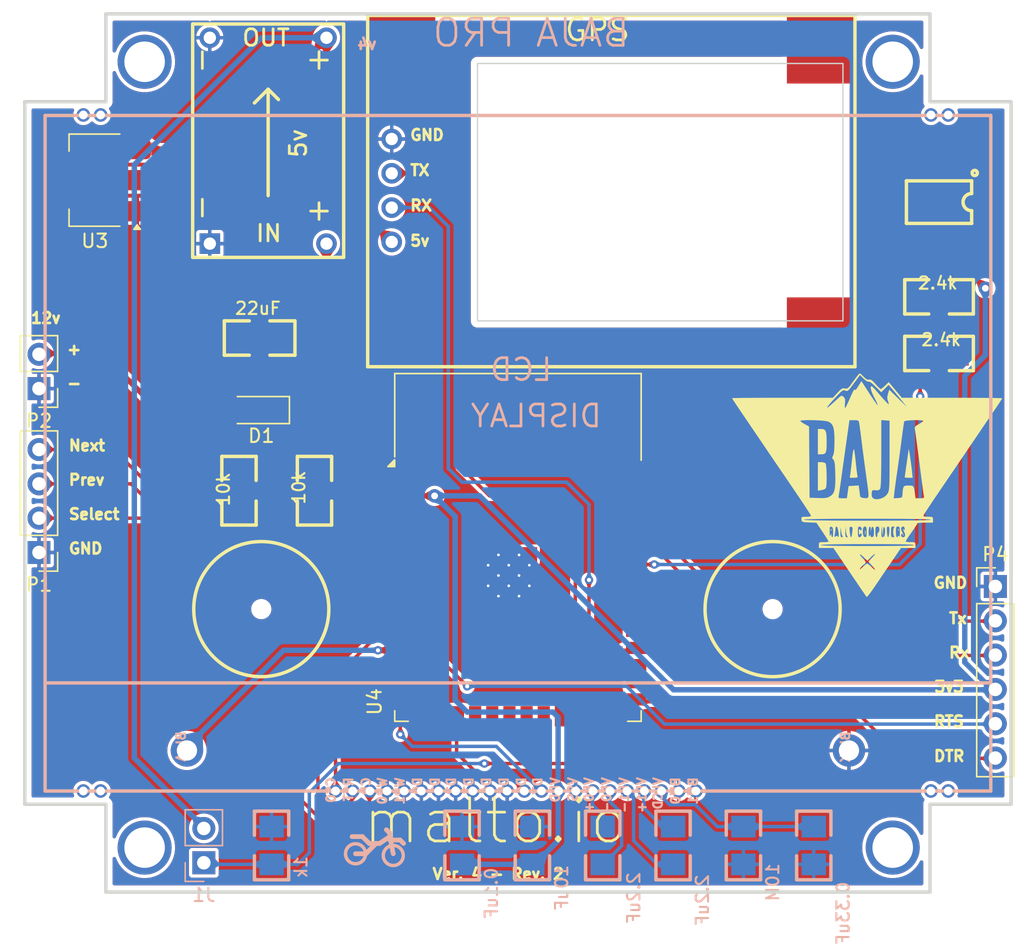
<source format=kicad_pcb>
(kicad_pcb (version 20241229) (generator "pcbnew") (generator_version "9.0")
  (layers (0 "F.Cu" signal "TopLayer") (2 "B.Cu" signal "BottomLayer") (13 "F.Paste" user "TopPasteMaskLayer") (15 "B.Paste" user "BottomPasteMaskLayer") (5 "F.SilkS" user "TopSilkLayer") (7 "B.SilkS" user "BottomSilkLayer") (1 "F.Mask" user "TopSolderMaskLayer") (3 "B.Mask" user "BottomSolderMaskLayer") (25 "Edge.Cuts" user "BoardOutline"))
  (net 0 "")
  (net 1 "DISPLAY_DATA")
  (net 2 "3V3")
  (net 3 "Net-(LCD1-VB0-)")
  (net 4 "Net-(LCD1-VB0+)")
  (net 5 "Net-(LCD1-VB1-)")
  (net 6 "Net-(LCD1-VB1+)")
  (net 7 "Net-(LCD1-VLCD)")
  (net 8 "DISPLAY_BL")
  (net 9 "TEMP")
  (net 10 "5V")
  (net 11 "GPS_RX")
  (net 12 "FLASH_RTS")
  (net 13 "MEM_SDA")
  (net 14 "GND")
  (net 15 "DISPLAY_CS")
  (net 16 "DISPLAY_RST")
  (net 17 "DISPLAY_CD")
  (net 18 "DISPLAY_SCLK")
  (net 19 "Net-(D1-A)")
  (net 20 "GPS_TX")
  (net 21 "FLASH_DTR")
  (net 22 "FLASH_RX")
  (net 23 "FLASH_TX")
  (net 24 "R_SELECT")
  (net 25 "R_PREV")
  (net 26 "R_NEXT")
  (net 27 "Net-(D1-K)")
  (net 28 "MEM_SCL")
  (footprint "Baja Pro v4:1206" (layer "F.Cu") (at 177.818 95.273)
    (property "Reference" "R4" (hide yes))
    (property "Value" "2.4k")
  )
  (footprint "Baja Pro v4:Hole_gge526" (layer "F.Cu") (at 165.499 114.196)
    (property "Reference" "Hole_gge526" (hide yes))
    (property "Value" "Hole_gge526" (hide yes))
  )
  (footprint "Baja Pro v4:Hole_gge527" (layer "F.Cu") (at 127.653 114.196)
    (property "Reference" "Hole_gge527" (hide yes))
    (property "Value" "Hole_gge527" (hide yes))
  )
  (footprint "Diode_SMD:D_SOD-123F" (layer "F.Cu") (at 127.526 99.464 180)
    (property "Reference" "D1")
    (property "Value" "1N4007")
  )
  (footprint "Baja Pro v4:GY-NEO6MV2" (layer "F.Cu") (at 135.527 70.254)
    (property "Reference" "GPS1" (hide yes))
    (property "Value" "uBlox Neo 6M breakout board" (hide yes))
  )
  (footprint "Baja Pro v4:Pad_gge525" (layer "F.Cu") (at 119.017 73.683)
    (property "Reference" "Pad_gge525" (hide yes))
    (property "Value" "Pad_gge525" (hide yes))
  )
  (footprint "Connector_PinHeader_2.54mm:PinHeader_1x04_P2.54mm_Vertical" (layer "F.Cu") (at 111.2 110.005 180)
    (property "Reference" "P1")
    (property "Value" "Remote")
  )
  (footprint "Package_TO_SOT_SMD:SOT-223-3_TabPin2" (layer "F.Cu") (at 115.334 82.446 180)
    (property "Reference" "U3")
    (property "Value" "AMS1117-3.3")
  )
  (footprint "Connector_PinHeader_2.54mm:PinHeader_1x06_P2.54mm_Vertical" (layer "F.Cu") (at 181.9862 112.52)
    (property "Reference" "P4")
    (property "Value" "Flash")
  )
  (footprint "Baja Pro v4:1206" (layer "F.Cu") (at 127.526 94.13)
    (property "Reference" "C6" (hide yes))
    (property "Value" "22uF")
  )
  (footprint "Baja Pro v4:1206" (layer "F.Cu") (at 177.818 91.082)
    (property "Reference" "R3" (hide yes))
    (property "Value" "2.4k")
  )
  (footprint "Baja Pro v4:Pad_gge523" (layer "F.Cu") (at 119.017 131.849)
    (property "Reference" "Pad_gge523" (hide yes))
    (property "Value" "Pad_gge523" (hide yes))
  )
  (footprint "Baja Pro v4:Pad_gge522" (layer "F.Cu") (at 174.389 131.849)
    (property "Reference" "Pad_gge522" (hide yes))
    (property "Value" "Pad_gge522" (hide yes))
  )
  (footprint "RF_Module:ESP32-WROOM-32" (layer "F.Cu") (at 146.65 112.62)
    (property "Reference" "U4")
    (property "Value" "ESP32-WROOM-32")
  )
  (footprint "Connector_PinHeader_2.54mm:PinHeader_1x02_P2.54mm_Vertical" (layer "F.Cu") (at 111.2 97.875 180)
    (property "Reference" "P2")
    (property "Value" "Power")
  )
  (footprint "Baja Pro v4:1206" (layer "F.Cu") (at 126.002 105.433 -90)
    (property "Reference" "R6" (hide yes))
    (property "Value" "10k")
  )
  (footprint "Baja Pro v4:Pad_gge524" (layer "F.Cu") (at 174.389 73.683)
    (property "Reference" "Pad_gge524" (hide yes))
    (property "Value" "Pad_gge524" (hide yes))
  )
  (footprint "Baja Pro v4:1206" (layer "F.Cu") (at 131.59 105.433 90)
    (property "Reference" "R5" (hide yes))
    (property "Value" "10k")
  )
  (footprint "Baja Pro v4:DC-DC STEPDOWN" (layer "F.Cu") (at 128.161 79.525 90)
    (property "Reference" "U2" (hide yes))
    (property "Value" "DC-DC stepdown" (hide yes))
  )
  (footprint "Baja Pro v4:SOIC-8_150MIL" (layer "F.Cu") (at 177.818 84.097 -90)
    (property "Reference" "U1" (hide yes))
    (property "Value" "FM24CL04B-GTR_C365762" (hide yes))
  )
  (footprint "Baja Pro v4:1206" (layer "B.Cu") (at 147.719 131.6903 90)
    (property "Reference" "C5" (hide yes))
    (property "Value" "10uF")
  )
  (footprint "Baja Pro v4:1206" (layer "B.Cu") (at 163.34 131.6903 90)
    (property "Reference" "R1" (hide yes))
    (property "Value" "10M")
  )
  (footprint "Baja Pro v4:1206" (layer "B.Cu") (at 128.415 131.6903 -90)
    (property "Reference" "R2" (hide yes))
    (property "Value" "1k")
  )
  (footprint "Connector_PinHeader_2.54mm:PinHeader_1x02_P2.54mm_Vertical" (layer "B.Cu") (at 123.4 132.9703)
    (property "Reference" "J1")
    (property "Value" "Thermistor")
  )
  (footprint "Baja Pro v4:1206" (layer "B.Cu") (at 168.547 131.6903 90)
    (property "Reference" "C3" (hide yes))
    (property "Value" "0.33uF")
  )
  (footprint "Baja Pro v4:1206" (layer "B.Cu") (at 152.926 131.6903 90)
    (property "Reference" "C1" (hide yes))
    (property "Value" "2.2uF")
  )
  (footprint "Baja Pro v4:1206" (layer "B.Cu") (at 158.133 131.6903 90)
    (property "Reference" "C2" (hide yes))
    (property "Value" "2.2uF")
  )
  (footprint "Baja Pro v4:ERC12864-655" (layer "B.Cu") (at 111.651 127.658)
    (property "Reference" "LCD1" (hide yes))
    (property "Value" "ERC12864-655 128x64 LCD Display" (hide yes))
  )
  (footprint "Baja Pro v4:1206" (layer "B.Cu") (at 142.512 131.6903 90)
    (property "Reference" "C4" (hide yes))
    (property "Value" "0.1uF")
  )
  (gr_poly (pts (xy 172.3354 108.5161) (xy 172.336039 108.578051) (xy 172.337871 108.629435) (xy 172.342575 108.685241) (xy 172.3667 108.6785) (xy 172.37456 108.623017) (xy 172.378793 108.560028) (xy 172.379398 108.494031) (xy 172.376375 108.429523) (xy 172.369723 108.371) (xy 172.3667 108.3536) (xy 172.337871 108.402762) (xy 172.336039 108.454148)) (fill yes) (layer "F.SilkS"))
  (gr_poly (pts (xy 168.85 104.3739) (xy 168.85 105.4303) (xy 169.115 105.3873) (xy 169.169416 105.376752) (xy 169.222504 105.363254) (xy 169.272937 105.347364) (xy 169.340703 105.320259) (xy 169.395026 105.290901) (xy 169.4388 105.2515) (xy 169.469409 105.132683) (xy 169.480703 105.033261) (xy 169.489404 104.912907) (xy 169.495571 104.77593) (xy 169.499263 104.626638) (xy 169.50054 104.469337) (xy 169.499462 104.308337) (xy 169.496088 104.147945) (xy 169.490478 103.992469) (xy 169.482692 103.846218) (xy 169.472789 103.713498) (xy 169.460828 103.598618) (xy 169.44687 103.505887) (xy 169.430974 103.439611) (xy 169.4132 103.4041) (xy 169.360789 103.370487) (xy 169.303628 103.349108) (xy 169.236161 103.33235) (xy 169.162886 103.321412) (xy 169.0883 103.3175) (xy 168.85 103.3175)) (fill yes) (layer "F.SilkS"))
  (gr_poly (pts (xy 175.5728 102.3428) (xy 175.530179 102.642902) (xy 175.4916 102.914654) (xy 175.456882 103.159325) (xy 175.42585 103.378182) (xy 175.398323 103.572494) (xy 175.374125 103.743528) (xy 175.353076 103.892553) (xy 175.335 104.020837) (xy 175.319717 104.129648) (xy 175.30705 104.220254) (xy 175.29682 104.293923) (xy 175.28885 104.351923) (xy 175.278975 104.42599) (xy 175.276 104.4526) (xy 175.326498 104.463837) (xy 175.383499 104.468109) (xy 175.456225 104.47112) (xy 175.511429 104.472291) (xy 175.5706 104.4727) (xy 175.8651 104.4727) (xy 175.8134 103.9854) (xy 175.799452 103.858774) (xy 175.783751 103.724367) (xy 175.766642 103.58453) (xy 175.748468 103.441615) (xy 175.729575 103.297975) (xy 175.710307 103.155962) (xy 175.691009 103.017927) (xy 175.672025 102.886225) (xy 175.653699 102.763205) (xy 175.636376 102.651222) (xy 175.620401 102.552626) (xy 175.606118 102.469771) (xy 175.593872 102.405009) (xy 175.576868 102.339171)) (fill yes) (layer "F.SilkS"))
  (gr_poly (pts (xy 171.386 103.0369) (xy 171.376707 103.122244) (xy 171.36725 103.208319) (xy 171.357694 103.294543) (xy 171.348107 103.38034) (xy 171.338556 103.46513) (xy 171.329108 103.548335) (xy 171.319829 103.629376) (xy 171.310787 103.707675) (xy 171.302048 103.782652) (xy 171.29368 103.85373) (xy 171.285749 103.920329) (xy 171.278323 103.981871) (xy 171.271468 104.037778) (xy 171.265251 104.087471) (xy 171.255 104.1659) (xy 171.2131 104.4727) (xy 171.5166 104.4727) (xy 171.602511 104.471624) (xy 171.670151 104.467885) (xy 171.721144 104.460713) (xy 171.769969 104.441832) (xy 171.791099 104.382289) (xy 171.7832 104.3464) (xy 171.768311 104.269804) (xy 171.75506 104.181314) (xy 171.747627 104.127369) (xy 171.73974 104.067636) (xy 171.731462 104.002625) (xy 171.722858 103.932843) (xy 171.71399 103.858802) (xy 171.704921 103.781009) (xy 171.695717 103.699975) (xy 171.686439 103.616207) (xy 171.677151 103.530216) (xy 171.667917 103.44251) (xy 171.6588 103.3536) (xy 171.649624 103.264638) (xy 171.640217 103.176783) (xy 171.630649 103.09055) (xy 171.620989 103.006453) (xy 171.611305 102.925005) (xy 171.601669 102.84672) (xy 171.592148 102.772114) (xy 171.582812 102.7017) (xy 171.57373 102.635991) (xy 171.564972 102.575504) (xy 171.556607 102.520751) (xy 171.541333 102.430505) (xy 171.528461 102.369367) (xy 171.5231 102.351) (xy 171.481012 102.411322) (xy 171.463212 102.490362) (xy 171.453876 102.539576) (xy 171.444329 102.59485) (xy 171.434632 102.655884) (xy 171.424845 102.722376) (xy 171.415028 102.794025) (xy 171.405241 102.870529) (xy 171.395545 102.951588)) (fill yes) (layer "F.SilkS"))
  (gr_poly (pts (xy 169.7944 108.3416) (xy 169.799398 108.391992) (xy 169.838 108.3852) (xy 169.850773 108.334848) (xy 169.848466 108.27904) (xy 169.8323 108.2468) (xy 169.795596 108.291307)) (fill yes) (layer "F.SilkS"))
  (gr_poly (pts (xy 171.951181 96.748401) (xy 171.999652 96.777499) (xy 172.054137 96.820812) (xy 172.096803 96.857993) (xy 172.143117 96.90062) (xy 172.191856 96.947665) (xy 172.2418 96.9981) (xy 172.305889 97.061606) (xy 172.363992 97.113432) (xy 172.417133 97.154114) (xy 172.466337 97.184187) (xy 172.512631 97.204186) (xy 172.578856 97.216469) (xy 172.6443 97.2091) (xy 172.667609 97.204379) (xy 172.736475 97.206089) (xy 172.784067 97.222218) (xy 172.8354 97.251987) (xy 172.892526 97.296808) (xy 172.9575 97.358092) (xy 172.99357 97.395349) (xy 173.032373 97.437252) (xy 173.074164 97.483976) (xy 173.1192 97.5357) (xy 173.184017 97.609333) (xy 173.247218 97.678031) (xy 173.307222 97.740288) (xy 173.36245 97.7946) (xy 173.411321 97.839461) (xy 173.452256 97.873368) (xy 173.504 97.9023) (xy 173.536304 97.890809) (xy 173.587315 97.858683) (xy 173.629462 97.827537) (xy 173.676545 97.789824) (xy 173.727214 97.746585) (xy 173.780115 97.698863) (xy 173.8339 97.6477) (xy 174.0946 97.3932) (xy 174.5797 97.9727) (xy 175.0648 98.5522) (xy 178.7805 98.5522) (xy 179.15902 98.552393) (xy 179.526924 98.552962) (xy 179.882307 98.553886) (xy 180.223264 98.555148) (xy 180.54789 98.556728) (xy 180.854281 98.558607) (xy 181.140531 98.560766) (xy 181.404737 98.563187) (xy 181.644993 98.56585) (xy 181.859395 98.568738) (xy 182.046038 98.57183) (xy 182.203017 98.575107) (xy 182.328427 98.578552) (xy 182.420364 98.582145) (xy 182.4962 98.5897) (xy 182.4854 98.613036) (xy 182.45445 98.665376) (xy 182.405517 98.743387) (xy 182.374987 98.790978) (xy 182.340775 98.843737) (xy 182.303152 98.901248) (xy 182.262391 98.963095) (xy 182.218762 99.028861) (xy 182.172537 99.098129) (xy 182.123987 99.170484) (xy 182.073383 99.245508) (xy 182.020997 99.322785) (xy 181.9671 99.4019) (xy 181.908765 99.487392) (xy 181.843358 99.583347) (xy 181.77159 99.68872) (xy 181.69417 99.802467) (xy 181.611807 99.923541) (xy 181.525212 100.0509) (xy 181.435094 100.183496) (xy 181.342162 100.320287) (xy 181.247127 100.460226) (xy 181.150698 100.60227) (xy 181.053585 100.745372) (xy 180.956498 100.888489) (xy 180.860146 101.030574) (xy 180.765239 101.170585) (xy 180.672487 101.307475) (xy 180.5826 101.4402) (xy 180.492422 101.573418) (xy 180.398782 101.71172) (xy 180.30242 101.854014) (xy 180.204076 101.999207) (xy 180.104491 102.146208) (xy 180.004404 102.293925) (xy 179.904556 102.441265) (xy 179.805687 102.587137) (xy 179.708537 102.730448) (xy 179.613847 102.870107) (xy 179.522356 103.005021) (xy 179.434804 103.134098) (xy 179.351933 103.256246) (xy 179.274481 103.370374) (xy 179.20319 103.475389) (xy 179.1388 103.5702) (xy 179.0741 103.665443) (xy 179.001902 103.77173) (xy 178.922977 103.887924) (xy 178.838096 104.012892) (xy 178.74803 104.145497) (xy 178.653548 104.284604) (xy 178.555423 104.42908) (xy 178.454425 104.577787) (xy 178.351324 104.729592) (xy 178.246891 104.883359) (xy 178.141898 105.037953) (xy 178.037115 105.192239) (xy 177.933313 105.345081) (xy 177.831262 105.495346) (xy 177.731734 105.641897) (xy 177.6355 105.7836) (xy 177.542089 105.921421) (xy 177.450849 106.056547) (xy 177.36227 106.188229) (xy 177.276843 106.315718) (xy 177.195062 106.438264) (xy 177.117416 106.555117) (xy 177.044398 106.665529) (xy 176.9765 106.76875) (xy 176.914212 106.864029) (xy 176.858027 106.950619) (xy 176.808436 107.027769) (xy 176.765931 107.094731) (xy 176.731003 107.150754) (xy 176.704144 107.195089) (xy 176.6766 107.2457) (xy 176.670782 107.262829) (xy 176.681931 107.324349) (xy 176.729429 107.345024) (xy 176.782091 107.35346) (xy 176.853784 107.358413) (xy 176.946425 107.360563) (xy 177.0012 107.3608) (xy 177.064914 107.360899) (xy 177.120832 107.361395) (xy 177.211317 107.364775) (xy 177.276721 107.373329) (xy 177.336699 107.401094) (xy 177.363126 107.45395) (xy 177.368884 107.50711) (xy 177.3699 107.5774) (xy 177.3699 107.794) (xy 176.7923 107.794) (xy 176.733456 107.794281) (xy 176.676262 107.795106) (xy 176.621012 107.796448) (xy 176.568003 107.798278) (xy 176.469892 107.803291) (xy 176.3843 107.809925) (xy 176.313594 107.817955) (xy 176.260146 107.827159) (xy 176.2145 107.8482) (xy 176.194906 107.891973) (xy 176.161985 107.948315) (xy 176.115246 108.023191) (xy 176.08725 108.066725) (xy 176.056464 108.113865) (xy 176.023111 108.16427) (xy 175.987412 108.217598) (xy 175.94959 108.273506) (xy 175.909866 108.331652) (xy 175.868462 108.391695) (xy 175.825599 108.453291) (xy 175.7815 108.5161) (xy 175.737399 108.578891) (xy 175.694533 108.640475) (xy 175.653124 108.700509) (xy 175.613393 108.75865) (xy 175.575563 108.814554) (xy 175.539857 108.86788) (xy 175.506495 108.918284) (xy 175.4757 108.965425) (xy 175.422699 109.048541) (xy 175.382631 109.114487) (xy 175.3484 109.1839) (xy 175.392056 109.209675) (xy 175.454325 109.222175) (xy 175.507782 109.228808) (xy 175.569068 109.233821) (xy 175.636701 109.236993) (xy 175.7092 109.2381) (xy 175.771444 109.238205) (xy 175.826094 109.238719) (xy 175.914585 109.242159) (xy 175.978625 109.250787) (xy 176.037477 109.278643) (xy 176.063532 109.331503) (xy 176.069266 109.384583) (xy 176.0703 109.4547) (xy 176.0703 109.6713) (xy 175.5367 109.6713) (xy 175.0032 109.6713) (xy 174.3949 110.5611) (xy 174.32962 110.656682) (xy 174.259647 110.759275) (xy 174.185621 110.867935) (xy 174.108182 110.981717) (xy 174.027971 111.099677) (xy 173.945629 111.220872) (xy 173.861796 111.344356) (xy 173.777112 111.469187) (xy 173.692219 111.59442) (xy 173.607756 111.71911) (xy 173.524365 111.842315) (xy 173.442685 111.963089) (xy 173.363359 112.080488) (xy 173.287025 112.193569) (xy 173.214325 112.301388) (xy 173.1459 112.403) (xy 173.080365 112.499711) (xy 173.016184 112.593153) (xy 172.95371 112.682864) (xy 172.893295 112.768384) (xy 172.835292 112.849253) (xy 172.780055 112.92501) (xy 172.727935 112.995196) (xy 172.679287 113.05935) (xy 172.634462 113.117011) (xy 172.593815 113.16772) (xy 172.557696 113.211017) (xy 172.50046 113.27353) (xy 172.4574 113.3002) (xy 172.423226 113.252695) (xy 172.388842 113.203225) (xy 172.343782 113.137868) (xy 172.28869 113.057571) (xy 172.224206 112.963276) (xy 172.150975 112.855929) (xy 172.069637 112.736475) (xy 171.980836 112.605857) (xy 171.885213 112.46502) (xy 171.783411 112.314909) (xy 171.676073 112.156468) (xy 171.56384 111.990642) (xy 171.447356 111.818376) (xy 171.327261 111.640614) (xy 171.2042 111.4583) (xy 170.32069 110.1485) (xy 171.9547 110.1485) (xy 171.955824 110.157058) (xy 171.980951 110.20857) (xy 172.01835 110.261312) (xy 172.050451 110.301032) (xy 172.087253 110.343054) (xy 172.127865 110.386227) (xy 172.1714 110.4294) (xy 172.215553 110.472932) (xy 172.254391 110.513883) (xy 172.316223 110.588593) (xy 172.35709 110.654632) (xy 172.377187 110.7131) (xy 172.376711 110.765099) (xy 172.355857 110.811731) (xy 172.314822 110.854097) (xy 172.2538 110.8933) (xy 172.208231 110.923685) (xy 172.156974 110.967885) (xy 172.121437 111.003162) (xy 172.086064 111.041781) (xy 172.051932 111.082623) (xy 172.020118 111.124569) (xy 171.9917 111.1665) (xy 171.972849 111.196534) (xy 171.963196 111.265735) (xy 172.005706 111.229485) (xy 172.066638 111.17349) (xy 172.104327 111.137947) (xy 172.147 111.0973) (xy 172.176181 111.06972) (xy 172.233932 111.017016) (xy 172.289672 110.968512) (xy 172.341967 110.925319) (xy 172.389383 110.88855) (xy 172.448218 110.847873) (xy 172.4962 110.8265) (xy 172.528188 110.838571) (xy 172.580065 110.87232) (xy 172.623375 110.905037) (xy 172.672037 110.944649) (xy 172.724659 110.99006) (xy 172.779844 111.040176) (xy 172.8362 111.0939) (xy 172.897691 111.152921) (xy 172.951132 111.20216) (xy 173.033801 111.272028) (xy 173.087072 111.266062) (xy 173.039529 111.197146) (xy 173.003449 111.150972) (xy 172.959144 111.097233) (xy 172.906599 111.036114) (xy 172.8458 110.9678) (xy 172.5817 110.6755) (xy 172.8605 110.39) (xy 172.888574 110.36092) (xy 172.940376 110.305352) (xy 172.985636 110.254213) (xy 173.023464 110.208676) (xy 173.064319 110.153437) (xy 173.0778 110.1045) (xy 173.048197 110.11617) (xy 173.000407 110.148796) (xy 172.960575 110.180425) (xy 172.915858 110.218718) (xy 172.867537 110.262618) (xy 172.816891 110.311065) (xy 172.7652 110.363) (xy 172.5142 110.6215) (xy 172.2345 110.3483) (xy 172.178291 110.294938) (xy 172.125854 110.248048) (xy 172.078337 110.20845) (xy 172.018795 110.164516) (xy 171.9547 110.1485) (xy 170.32069 110.1485) (xy 169.9988 109.6713) (xy 169.4605 109.6713) (xy 168.9223 109.6713) (xy 168.9223 109.4547) (xy 169.0667 109.4547) (xy 169.122888 109.471325) (xy 169.192807 109.478853) (xy 169.290328 109.485851) (xy 169.415238 109.492316) (xy 169.567328 109.498242) (xy 169.746385 109.503626) (xy 169.9522 109.508462) (xy 170.184559 109.512746) (xy 170.443252 109.516474) (xy 170.728068 109.519641) (xy 171.038796 109.522242) (xy 171.375225 109.524273) (xy 171.737142 109.525729) (xy 172.124337 109.526606) (xy 172.5366 109.5269) (xy 172.95358 109.526613) (xy 173.343882 109.525754) (xy 173.707424 109.524324) (xy 174.044128 109.522326) (xy 174.353912 109.519761) (xy 174.636697 109.516632) (xy 174.892403 109.51294) (xy 175.12095 109.508687) (xy 175.322257 109.503875) (xy 175.496246 109.498506) (xy 175.642836 109.492582) (xy 175.761946 109.486104) (xy 175.853498 109.479075) (xy 175.962 109.4547) (xy 175.895097 109.438247) (xy 175.820089 109.430769) (xy 175.717839 109.423801) (xy 175.588692 109.417349) (xy 175.432995 109.41142) (xy 175.251094 109.406022) (xy 175.043337 109.401162) (xy 174.810069 109.396847) (xy 174.551637 109.393083) (xy 174.268388 109.389879) (xy 173.960667 109.387242) (xy 173.628821 109.385178) (xy 173.273197 109.383695) (xy 172.894141 109.382799) (xy 172.492 109.3825) (xy 172.085149 109.382793) (xy 171.703014 109.38367) (xy 171.345806 109.385126) (xy 171.013737 109.387157) (xy 170.707018 109.389758) (xy 170.42586 109.392925) (xy 170.170475 109.396653) (xy 169.941075 109.400937) (xy 169.73787 109.405773) (xy 169.561074 109.411157) (xy 169.410896 109.417083) (xy 169.28755 109.423548) (xy 169.191245 109.430546) (xy 169.122194 109.438074) (xy 169.0667 109.4547) (xy 168.9223 109.4547) (xy 168.923333 109.384583) (xy 168.929065 109.331503) (xy 168.955114 109.278643) (xy 169.01395 109.250787) (xy 169.077971 109.242159) (xy 169.166438 109.238719) (xy 169.221073 109.238205) (xy 169.2833 109.2381) (xy 169.320065 109.237864) (xy 169.390325 109.236053) (xy 169.454986 109.232608) (xy 169.512566 109.227717) (xy 169.582416 109.218075) (xy 169.6443 109.1928) (xy 169.62392 109.149029) (xy 169.589619 109.08984) (xy 169.540907 109.010077) (xy 169.511725 108.9634) (xy 169.479634 108.912681) (xy 169.444866 108.85829) (xy 169.407652 108.800593) (xy 169.368225 108.739959) (xy 169.326814 108.676755) (xy 169.283652 108.611348) (xy 169.23897 108.544107) (xy 169.193 108.4754) (xy 169.122519 108.370421) (xy 169.722525 108.370421) (xy 169.722798 108.4281) (xy 169.7237 108.4927) (xy 169.724836 108.549569) (xy 169.726238 108.600395) (xy 169.729946 108.68431) (xy 169.735037 108.745236) (xy 169.766825 108.788849) (xy 169.7887 108.7327) (xy 169.798483 108.702241) (xy 169.814679 108.653354) (xy 169.844708 108.606148) (xy 169.851198 108.663513) (xy 169.8537 108.7146) (xy 169.854742 108.731157) (xy 169.864554 108.791903) (xy 169.88168 108.839881) (xy 169.9224 108.8771) (xy 169.95075 108.83128) (xy 169.953126 108.81927) (xy 170.076637 108.81927) (xy 170.122513 108.853148) (xy 170.1736 108.8141) (xy 170.216246 108.781756) (xy 170.265687 108.758487) (xy 170.2941 108.8003) (xy 170.304805 108.841271) (xy 170.3566 108.8469) (xy 170.375236 108.827132) (xy 170.391271 108.771946) (xy 170.393923 108.716367) (xy 170.390067 108.644345) (xy 170.382278 108.577357) (xy 170.520899 108.577357) (xy 170.521796 108.670212) (xy 170.526551 108.742685) (xy 170.542143 108.818041) (xy 170.569565 108.860037) (xy 170.6278 108.8771) (xy 170.668529 108.874438) (xy 170.698351 108.828289) (xy 170.6689 108.7854) (xy 170.645071 108.743621) (xy 170.621579 108.678813) (xy 170.606825 108.62565) (xy 170.596605 108.580965) (xy 170.882013 108.580965) (xy 170.882687 108.675482) (xy 170.887449 108.748112) (xy 170.903845 108.821832) (xy 170.946794 108.868334) (xy 170.998 108.876) (xy 171.013028 108.875643) (xy 171.073284 108.857872) (xy 171.0388 108.8204) (xy 171.012156 108.788031) (xy 170.98626 108.72839) (xy 170.970187 108.676312) (xy 170.955609 108.616363) (xy 170.942992 108.550245) (xy 170.9328 108.479657) (xy 170.9255 108.4063) (xy 170.909697 108.20188) (xy 171.19161 108.20188) (xy 171.192268 108.267201) (xy 171.19888 108.3545) (xy 171.204185 108.407304) (xy 171.2107 108.4667) (xy 171.222748 108.567319) (xy 171.234678 108.654604) (xy 171.246505 108.728554) (xy 171.269913 108.836456) (xy 171.327708 108.872924) (xy 171.35086 108.794215) (xy 171.362505 108.734872) (xy 171.374216 108.662205) (xy 171.386009 108.576213) (xy 171.397529 108.48) (xy 171.8103 108.48) (xy 171.810598 108.535282) (xy 171.811529 108.585607) (xy 171.815501 108.672153) (xy 171.822645 108.741172) (xy 171.840241 108.815196) (xy 171.867379 108.858421) (xy 171.9209 108.8771) (xy 171.943338 108.874908) (xy 172.005928 108.845656) (xy 172.056294 108.791871) (xy 172.087831 108.725752) (xy 172.093935 108.659495) (xy 172.068 108.6053) (xy 172.036605 108.594887) (xy 171.989804 108.617969) (xy 171.9519 108.6626) (xy 171.896561 108.664343) (xy 171.888464 108.606139) (xy 171.885622 108.550128) (xy 171.8847 108.48) (xy 171.885622 108.409871) (xy 171.886794 108.391457) (xy 172.176986 108.391457) (xy 172.177695 108.443739) (xy 172.180243 108.500556) (xy 172.1846 108.562) (xy 172.191978 108.630515) (xy 172.202175 108.689409) (xy 172.215389 108.739092) (xy 172.241313 108.797244) (xy 172.275162 108.836978) (xy 172.3338 108.8637) (xy 172.353032 108.86661) (xy 172.410993 108.854344) (xy 172.437487 108.81125) (xy 172.44864 108.761668) (xy 172.455567 108.692475) (xy 172.459106 108.601156) (xy 172.459869 108.546414) (xy 172.460052 108.498) (xy 172.6096 108.498) (xy 172.610473 108.551406) (xy 172.613345 108.642812) (xy 172.617822 108.714093) (xy 172.624031 108.765749) (xy 172.647962 108.812325) (xy 172.6768 108.7688) (xy 172.695543 108.725999) (xy 172.740789 108.701946) (xy 172.7439 108.756) (xy 172.747138 108.78572) (xy 172.772294 108.840128) (xy 172.820723 108.865181) (xy 172.8753 108.8633) (xy 172.924061 108.845227) (xy 172.959195 108.808915) (xy 172.982555 108.748822) (xy 172.992505 108.692812) (xy 172.998595 108.622129) (xy 173.001378 108.53513) (xy 173.0017 108.485) (xy 173.001579 108.48) (xy 173.11 108.48) (xy 173.111474 108.559767) (xy 173.115698 108.634184) (xy 173.122376 108.701621) (xy 173.131212 108.76045) (xy 173.147862 108.828988) (xy 173.1822 108.8771) (xy 173.210229 108.862846) (xy 173.237856 108.811212) (xy 173.251139 108.750094) (xy 173.2544 108.6966) (xy 173.255874 108.660334) (xy 173.266776 108.59585) (xy 173.269174 108.589856) (xy 173.552467 108.589856) (xy 173.553132 108.68602) (xy 173.557803 108.758495) (xy 173.574086 108.828928) (xy 173.617352 108.866102) (xy 173.6695 108.8637) (xy 173.729682 108.835803) (xy 173.763371 108.793155) (xy 173.788606 108.728783) (xy 173.801335 108.672421) (xy 173.811213 108.604336) (xy 173.8186 108.5237) (xy 173.820499 108.49111) (xy 173.821827 108.426527) (xy 173.820043 108.364079) (xy 173.815367 108.305379) (xy 173.812493 108.284525) (xy 173.957685 108.284525) (xy 173.959433 108.372106) (xy 173.961762 108.423364) (xy 173.965 108.4799) (xy 173.971167 108.559671) (xy 173.979243 108.6341) (xy 173.988885 108.701553) (xy 173.99975 108.7604) (xy 174.017592 108.828965) (xy 174.0486 108.8771) (xy 174.06718 108.859159) (xy 174.085703 108.809009) (xy 174.09745 108.7604) (xy 174.108314 108.701553) (xy 174.117956 108.6341) (xy 174.126032 108.559671) (xy 174.132192 108.48) (xy 174.2652 108.48) (xy 174.265387 108.544443) (xy 174.266071 108.601564) (xy 174.267428 108.651797) (xy 174.272878 108.733341) (xy 174.283168 108.792554) (xy 174.310805 108.847119) (xy 174.357374 108.871018) (xy 174.4277 108.876) (xy 174.487846 108.871679) (xy 174.507 108.8218) (xy 174.498535 108.814894) (xy 174.467475 108.76157) (xy 174.448312 108.6995) (xy 174.438143 108.650233) (xy 174.430457 108.596293) (xy 174.425596 108.539082) (xy 174.4239 108.48) (xy 174.6262 108.48) (xy 174.627674 108.559767) (xy 174.631898 108.634184) (xy 174.638576 108.701621) (xy 174.647412 108.76045) (xy 174.664062 108.828988) (xy 174.6984 108.8771) (xy 174.719855 108.873017) (xy 174.758711 108.837168) (xy 174.7717 108.7868) (xy 174.812143 108.763146) (xy 174.8428 108.8049) (xy 174.886926 108.819249) (xy 174.900701 108.770018) (xy 174.906919 108.716492) (xy 175.009739 108.716492) (xy 175.013351 108.775337) (xy 175.042738 108.826796) (xy 175.094266 108.863255) (xy 175.1643 108.8771) (xy 175.236351 108.859087) (xy 175.282305 108.808814) (xy 175.29795 108.760162) (xy 175.301257 108.701352) (xy 175.291931 108.634057) (xy 175.269677 108.559949) (xy 175.2342 108.4807) (xy 175.21356 108.439962) (xy 175.17919 108.366755) (xy 175.154333 108.306364) (xy 175.169882 108.250863) (xy 175.2038 108.2994) (xy 175.213915 108.314672) (xy 175.255933 108.356216) (xy 175.272854 108.306593) (xy 175.2749 108.2453) (xy 175.27314 108.210127) (xy 175.258206 108.150761) (xy 175.220614 108.100786) (xy 175.1655 108.0829) (xy 175.107799 108.091806) (xy 175.063145 108.117025) (xy 175.031946 108.156306) (xy 175.014612 108.2074) (xy 175.011551 108.268056) (xy 175.023173 108.336025) (xy 175.049886 108.409056) (xy 175.0921 108.4849) (xy 175.115671 108.523687) (xy 175.145357 108.582993) (xy 175.167187 108.640325) (xy 175.179978 108.69194) (xy 175.178 108.7551) (xy 175.14429 108.756737) (xy 175.1373 108.7002) (xy 175.132859 108.651164) (xy 175.096544 108.606761) (xy 175.0513 108.6397) (xy 175.035536 108.657873) (xy 175.009739 108.716492) (xy 174.906919 108.716492) (xy 174.907065 108.715235) (xy 174.9113 108.642336) (xy 174.913515 108.550855) (xy 174.9139 108.498) (xy 174.913859 108.432792) (xy 174.913271 108.374679) (xy 174.909903 108.278143) (xy 174.902695 108.205204) (xy 174.882281 108.133067) (xy 174.831367 108.089723) (xy 174.7706 108.0829) (xy 174.727961 108.085648) (xy 174.680877 108.104706) (xy 174.650812 108.150575) (xy 174.638429 108.200985) (xy 174.630917 108.270718) (xy 174.627199 108.362735) (xy 174.626427 108.418026) (xy 174.6262 108.48) (xy 174.4239 108.48) (xy 174.425596 108.420884) (xy 174.430457 108.363648) (xy 174.438143 108.30969) (xy 174.454221 108.237965) (xy 174.474735 108.181495) (xy 174.507 108.1381) (xy 174.526349 108.121423) (xy 174.487846 108.08822) (xy 174.4277 108.0839) (xy 174.357374 108.08889) (xy 174.310805 108.112812) (xy 174.283168 108.167404) (xy 174.272878 108.226635) (xy 174.267428 108.308193) (xy 174.266071 108.358431) (xy 174.265387 108.415555) (xy 174.2652 108.48) (xy 174.132192 108.48) (xy 174.1322 108.4799) (xy 174.135437 108.423364) (xy 174.137766 108.372106) (xy 174.139514 108.284525) (xy 174.137063 108.215356) (xy 174.130037 108.1628) (xy 174.100742 108.100325) (xy 174.0486 108.0827) (xy 174.033256 108.083689) (xy 173.98711 108.111176) (xy 173.967162 108.1628) (xy 173.960136 108.215356) (xy 173.957685 108.284525) (xy 173.812493 108.284525) (xy 173.808016 108.252036) (xy 173.792457 108.185595) (xy 173.7644 108.1308) (xy 173.714718 108.13379) (xy 173.697786 108.185615) (xy 173.689134 108.239835) (xy 173.682442 108.310313) (xy 173.677582 108.3975) (xy 173.6758 108.4475) (xy 173.6641 108.841) (xy 173.6154 108.4439) (xy 173.5667 108.0467) (xy 173.555 108.4672) (xy 173.553384 108.532015) (xy 173.552467 108.589856) (xy 173.269174 108.589856) (xy 173.286309 108.547028) (xy 173.3266 108.5161) (xy 173.36689 108.478964) (xy 173.386423 108.420348) (xy 173.395539 108.363661) (xy 173.3988 108.2994) (xy 173.397201 108.241748) (xy 173.387927 108.174565) (xy 173.359769 108.116565) (xy 173.309427 108.088448) (xy 173.2544 108.0829) (xy 173.211761 108.085648) (xy 173.164677 108.104706) (xy 173.134612 108.150575) (xy 173.122229 108.200985) (xy 173.114717 108.270718) (xy 173.110999 108.362735) (xy 173.110227 108.418026) (xy 173.11 108.48) (xy 173.001579 108.48) (xy 173.000001 108.414967) (xy 172.995151 108.350772) (xy 172.987515 108.292793) (xy 172.977457 108.241409) (xy 172.951544 108.159941) (xy 172.920337 108.1094) (xy 172.870003 108.098202) (xy 172.838364 108.138233) (xy 172.811674 108.219796) (xy 172.8011 108.2771) (xy 172.7706 108.48) (xy 172.7598 108.2814) (xy 172.754581 108.215497) (xy 172.747083 108.162672) (xy 172.726726 108.094125) (xy 172.674912 108.090525) (xy 172.649363 108.14695) (xy 172.627992 108.236512) (xy 172.619796 108.292387) (xy 172.613752 108.354949) (xy 172.610231 108.423664) (xy 172.6096 108.498) (xy 172.460052 108.498) (xy 172.4601 108.4852) (xy 172.459803 108.429068) (xy 172.458879 108.377991) (xy 172.454928 108.290209) (xy 172.447812 108.220273) (xy 172.430258 108.145367) (xy 172.403146 108.101715) (xy 172.3496 108.0829) (xy 172.299673 108.089532) (xy 172.24135 108.125497) (xy 172.213145 108.167884) (xy 172.193184 108.225852) (xy 172.181216 108.300132) (xy 172.176986 108.391457) (xy 171.886794 108.391457) (xy 171.890638 108.331055) (xy 171.909587 108.267522) (xy 171.9519 108.2974) (xy 171.999094 108.349767) (xy 172.055091 108.359267) (xy 172.088514 108.312185) (xy 172.089153 108.24785) (xy 172.0742 108.1943) (xy 172.056536 108.161256) (xy 172.021726 108.123532) (xy 171.978663 108.09639) (xy 171.9209 108.0829) (xy 171.905502 108.08397) (xy 171.857184 108.112863) (xy 171.833387 108.165762) (xy 171.822645 108.218783) (xy 171.815501 108.287804) (xy 171.811529 108.374363) (xy 171.810598 108.424701) (xy 171.8103 108.48) (xy 171.397529 108.48) (xy 171.3979 108.4769) (xy 171.404097 108.420027) (xy 171.409093 108.369253) (xy 171.415131 108.284596) (xy 171.415309 108.220129) (xy 171.403052 108.155155) (xy 171.359638 108.113045) (xy 171.3037 108.1026) (xy 171.246946 108.104114) (xy 171.203414 108.138709) (xy 171.19161 108.20188) (xy 170.909697 108.20188) (xy 170.8977 108.0467) (xy 170.8847 108.4619) (xy 170.882981 108.524667) (xy 170.882013 108.580965) (xy 170.596605 108.580965) (xy 170.593298 108.566505) (xy 170.581431 108.503081) (xy 170.571654 108.437078) (xy 170.5644 108.3702) (xy 170.559701 108.317346) (xy 170.551777 108.233686) (xy 170.538337 108.158125) (xy 170.532723 108.208656) (xy 170.529203 108.284067) (xy 170.527366 108.334609) (xy 170.525415 108.393851) (xy 170.5233 108.4619) (xy 170.521722 108.522593) (xy 170.520899 108.577357) (xy 170.382278 108.577357) (xy 170.37964 108.554669) (xy 170.371942 108.502832) (xy 170.362577 108.446128) (xy 170.351537 108.384406) (xy 170.338814 108.317513) (xy 170.3244 108.2453) (xy 170.304289 108.174885) (xy 170.264428 108.108047) (xy 170.206577 108.090626) (xy 170.170823 108.130746) (xy 170.155406 108.18257) (xy 170.1497 108.2543) (xy 170.149448 108.27303) (xy 170.145879 108.340114) (xy 170.141404 108.39178) (xy 170.135487 108.447012) (xy 170.128327 108.504105) (xy 170.120126 108.561354) (xy 170.111083 108.617054) (xy 170.1014 108.6695) (xy 170.087407 108.74297) (xy 170.076637 108.81927) (xy 169.953126 108.81927) (xy 169.963662 108.766012) (xy 169.970096 108.709995) (xy 169.974529 108.645785) (xy 169.976738 108.574936) (xy 169.9765 108.499) (xy 169.975141 108.445385) (xy 169.970577 108.352404) (xy 169.963062 108.276953) (xy 169.95201 108.217268) (xy 169.927519 108.153444) (xy 169.891775 108.115172) (xy 169.8428 108.0965) (xy 169.806042 108.092581) (xy 169.755422 108.11676) (xy 169.734222 108.17377) (xy 169.726516 108.235461) (xy 169.722985 108.319318) (xy 169.722525 108.370421) (xy 169.122519 108.370421) (xy 168.7417 107.8032) (xy 168.2002 107.7805) (xy 168.106668 107.776512) (xy 168.024531 107.772636) (xy 167.953011 107.768565) (xy 167.891331 107.763995) (xy 167.838714 107.758622) (xy 167.757563 107.744247) (xy 167.703341 107.723005) (xy 167.658906 107.672935) (xy 167.644815 107.623865) (xy 167.638389 107.5774) (xy 167.8031 107.5774) (xy 167.827552 107.585956) (xy 167.889803 107.593996) (xy 167.989507 107.601515) (xy 168.126318 107.608509) (xy 168.299891 107.614972) (xy 168.509881 107.620898) (xy 168.75594 107.626284) (xy 169.037725 107.631125) (xy 169.354888 107.635414) (xy 169.707084 107.639148) (xy 170.093968 107.64232) (xy 170.515193 107.644928) (xy 170.970415 107.646964) (xy 171.459287 107.648425) (xy 171.981464 107.649305) (xy 172.5366 107.6496) (xy 173.096464 107.649309) (xy 173.621741 107.648441) (xy 174.112219 107.646998) (xy 174.567687 107.644984) (xy 174.987933 107.642401) (xy 175.372746 107.639253) (xy 175.721913 107.635543) (xy 176.035225 107.631275) (xy 176.312468 107.62645) (xy 176.553432 107.621074) (xy 176.757904 107.615149) (xy 176.925675 107.608678) (xy 177.056531 107.601664) (xy 177.150261 107.594111) (xy 177.2255 107.5774) (xy 177.20648 107.568777) (xy 177.149563 107.560688) (xy 177.05496 107.553135) (xy 176.922882 107.546121) (xy 176.753542 107.53965) (xy 176.547151 107.533725) (xy 176.30392 107.528349) (xy 176.024062 107.523525) (xy 175.707788 107.519256) (xy 175.355309 107.515546) (xy 174.966838 107.512398) (xy 174.542585 107.509815) (xy 174.082764 107.507801) (xy 173.587584 107.506358) (xy 173.057259 107.50549) (xy 172.492 107.5052) (xy 171.922005 107.505485) (xy 171.388561 107.506341) (xy 170.891749 107.507766) (xy 170.431648 107.509759) (xy 170.008339 107.512317) (xy 169.621901 107.515441) (xy 169.272416 107.519127) (xy 168.959962 107.523375) (xy 168.68462 107.528182) (xy 168.446471 107.533549) (xy 168.245594 107.539473) (xy 168.08207 107.545953) (xy 167.955978 107.552987) (xy 167.867399 107.560573) (xy 167.8031 107.5774) (xy 167.638389 107.5774) (xy 167.6359 107.5594) (xy 167.632139 107.525232) (xy 167.629921 107.446609) (xy 167.651234 107.398139) (xy 167.708851 107.372538) (xy 167.77374 107.364578) (xy 167.864228 107.361384) (xy 167.920254 107.360901) (xy 167.9841 107.3608) (xy 168.03123 107.360484) (xy 168.114595 107.357917) (xy 168.183811 107.352669) (xy 168.2621 107.339512) (xy 168.31111 107.319658) (xy 168.3319 107.2706) (xy 168.318347 107.241004) (xy 168.286319 107.184902) (xy 168.236213 107.102893) (xy 168.168426 106.995573) (xy 168.083357 106.86354) (xy 167.981404 106.707391) (xy 167.862965 106.527724) (xy 167.728437 106.325137) (xy 167.578219 106.100227) (xy 167.412709 105.853591) (xy 167.232305 105.585827) (xy 167.037404 105.297532) (xy 166.828405 104.989305) (xy 166.605706 104.661742) (xy 166.369705 104.315441) (xy 166.1208 103.951) (xy 166.053625 103.852685) (xy 165.982087 103.747891) (xy 165.906823 103.637554) (xy 165.82847 103.522609) (xy 165.747663 103.403992) (xy 165.665039 103.282641) (xy 165.581235 103.159489) (xy 165.496887 103.035475) (xy 165.412632 102.911532) (xy 165.329105 102.788599) (xy 165.246944 102.66761) (xy 165.166785 102.549503) (xy 165.089265 102.435212) (xy 165.01502 102.325673) (xy 164.944686 102.221824) (xy 164.8789 102.1246) (xy 164.811801 102.025415) (xy 164.737578 101.915781) (xy 164.657001 101.796827) (xy 164.570837 101.669685) (xy 164.479854 101.535489) (xy 164.384821 101.395369) (xy 164.286505 101.250458) (xy 164.185675 101.101887) (xy 164.083098 100.950788) (xy 163.979544 100.798294) (xy 163.87578 100.645535) (xy 163.772575 100.493645) (xy 163.670695 100.343754) (xy 163.619528 100.2685) (xy 167.5504 100.2685) (xy 167.55208 100.275085) (xy 167.589654 100.316409) (xy 167.645575 100.359787) (xy 167.693573 100.392813) (xy 167.748596 100.42801) (xy 167.809315 100.464424) (xy 167.8744 100.5011) (xy 168.1985 100.6781) (xy 168.2174 103.3155) (xy 168.2363 105.9529) (xy 168.873 105.9738) (xy 168.970316 105.976705) (xy 169.058601 105.978637) (xy 169.138588 105.979486) (xy 169.211007 105.979143) (xy 169.27659 105.9775) (xy 169.336069 105.974446) (xy 169.439637 105.963675) (xy 169.527563 105.945956) (xy 169.605698 105.920418) (xy 169.643957 105.902768) (xy 170.378498 105.902768) (xy 170.403812 105.962) (xy 170.464562 105.98177) (xy 170.530582 105.987193) (xy 170.620521 105.988887) (xy 170.6754 105.989) (xy 170.996 105.989) (xy 171.0602 105.5377) (xy 171.1244 105.0864) (xy 171.4985 105.0648) (xy 171.8726 105.0432) (xy 171.9183 105.3897) (xy 171.927755 105.461525) (xy 171.937134 105.532806) (xy 171.946189 105.601678) (xy 171.954675 105.666275) (xy 171.962344 105.724731) (xy 171.968953 105.775181) (xy 171.978 105.8446) (xy 172.003085 105.89365) (xy 172.045685 105.92314) (xy 172.108932 105.946482) (xy 172.162682 105.958675) (xy 172.225782 105.968204) (xy 172.2983 105.9751) (xy 172.364444 105.98037) (xy 172.470684 105.983608) (xy 172.543623 105.958852) (xy 172.584979 105.884197) (xy 172.59435 105.821312) (xy 172.596469 105.737737) (xy 172.595654 105.720008) (xy 172.830374 105.720008) (xy 172.840246 105.81107) (xy 172.863989 105.887874) (xy 172.901675 105.950512) (xy 172.953376 105.999073) (xy 173.019165 106.033648) (xy 173.099116 106.054327) (xy 173.1933 106.0612) (xy 173.257634 106.059045) (xy 173.32177 106.052692) (xy 173.385399 106.042306) (xy 173.44821 106.028053) (xy 173.509897 106.010097) (xy 173.54381 105.998) (xy 174.4666 105.998) (xy 174.781 105.9754) (xy 174.835839 105.971368) (xy 174.925765 105.962881) (xy 174.992514 105.950882) (xy 175.057475 105.918562) (xy 175.091617 105.858451) (xy 175.103579 105.797045) (xy 175.111323 105.714449) (xy 175.1148 105.6641) (xy 175.122023 105.559598) (xy 175.129273 105.46767) (xy 175.137133 105.387511) (xy 175.14619 105.318317) (xy 175.15703 105.259282) (xy 175.186399 105.168471) (xy 175.229925 105.108644) (xy 175.292294 105.073362) (xy 175.378191 105.056188) (xy 175.431426 105.05238) (xy 175.492301 105.050686) (xy 175.5614 105.0503) (xy 175.630365 105.050417) (xy 175.690801 105.05136) (xy 175.788881 105.059256) (xy 175.861226 105.081054) (xy 175.913425 105.123825) (xy 175.951064 105.194635) (xy 175.966169 105.242765) (xy 175.979731 105.300556) (xy 175.992446 105.368891) (xy 176.005014 105.448654) (xy 176.018132 105.540729) (xy 176.0325 105.646) (xy 176.0791 105.989) (xy 176.4053 105.989) (xy 176.510437 105.988398) (xy 176.589553 105.985165) (xy 176.666165 105.970689) (xy 176.705957 105.92216) (xy 176.702496 105.85446) (xy 176.6901 105.7904) (xy 176.678042 105.721041) (xy 176.669556 105.666319) (xy 176.659584 105.599359) (xy 176.648242 105.521002) (xy 176.635646 105.432091) (xy 176.62191 105.333467) (xy 176.60715 105.225975) (xy 176.59148 105.110454) (xy 176.575016 104.987749) (xy 176.557872 104.858701) (xy 176.540165 104.724153) (xy 176.522009 104.584946) (xy 176.503519 104.441923) (xy 176.484811 104.295927) (xy 176.466 104.1478) (xy 176.430366 103.866888) (xy 176.395091 103.590455) (xy 176.36034 103.319764) (xy 176.326284 103.056076) (xy 176.293089 102.800653) (xy 176.260923 102.554756) (xy 176.229954 102.319646) (xy 176.20035 102.096587) (xy 176.172278 101.886839) (xy 176.145908 101.691664) (xy 176.121406 101.512323) (xy 176.09894 101.350079) (xy 176.078679 101.206193) (xy 176.06079 101.081927) (xy 176.045441 100.978542) (xy 176.0328 100.8973) (xy 176.027599 100.862092) (xy 176.022571 100.80126) (xy 176.026737 100.750443) (xy 176.05555 100.685737) (xy 176.093352 100.645441) (xy 176.148871 100.603548) (xy 176.224542 100.55674) (xy 176.270695 100.530456) (xy 176.3228 100.5017) (xy 176.388104 100.464884) (xy 176.449028 100.428348) (xy 176.504237 100.393047) (xy 176.5524 100.359937) (xy 176.608511 100.316467) (xy 176.6479 100.2685) (xy 176.588842 100.237235) (xy 176.520978 100.226049) (xy 176.432856 100.217698) (xy 176.328446 100.212083) (xy 176.211723 100.209108) (xy 176.086658 100.208675) (xy 175.957225 100.210687) (xy 175.827395 100.215046) (xy 175.701142 100.221655) (xy 175.582438 100.230416) (xy 175.475256 100.241232) (xy 175.383568 100.254006) (xy 175.311348 100.26864) (xy 175.2412 100.3031) (xy 175.237147 100.319778) (xy 175.22374 100.395045) (xy 175.214609 100.45206) (xy 175.20401 100.520949) (xy 175.192055 100.600924) (xy 175.178855 100.691199) (xy 175.164525 100.790987) (xy 175.149174 100.899502) (xy 175.132916 101.015958) (xy 175.115863 101.139568) (xy 175.098128 101.269545) (xy 175.079821 101.405103) (xy 175.061056 101.545456) (xy 175.041945 101.689817) (xy 175.0226 101.8374) (xy 175.002713 101.989178) (xy 174.982016 102.145888) (xy 174.960672 102.306325) (xy 174.938848 102.469287) (xy 174.916709 102.633571) (xy 174.894422 102.797974) (xy 174.872151 102.961293) (xy 174.850062 103.122325) (xy 174.828321 103.279867) (xy 174.807095 103.432716) (xy 174.786547 103.57967) (xy 174.766845 103.719525) (xy 174.748153 103.851078) (xy 174.730638 103.973127) (xy 174.714465 104.084468) (xy 174.6998 104.1839) (xy 174.685838 104.278204) (xy 174.671767 104.374502) (xy 174.65768 104.472099) (xy 174.643671 104.570298) (xy 174.629835 104.668402) (xy 174.616265 104.765716) (xy 174.603055 104.861543) (xy 174.5903 104.955187) (xy 174.578093 105.045952) (xy 174.566528 105.133141) (xy 174.5557 105.216058) (xy 174.545703 105.294007) (xy 174.53663 105.366292) (xy 174.528576 105.432217) (xy 174.521634 105.491085) (xy 174.5159 105.5422) (xy 174.4666 105.998) (xy 173.54381 105.998) (xy 173.570148 105.988605) (xy 173.628656 105.963743) (xy 173.685112 105.935675) (xy 173.739206 105.904567) (xy 173.790631 105.870584) (xy 173.839076 105.833893) (xy 173.884232 105.794659) (xy 173.925792 105.753047) (xy 173.963446 105.709223) (xy 173.996885 105.663352) (xy 174.0258 105.6156) (xy 174.0658 105.528113) (xy 174.082347 105.475935) (xy 174.096782 105.414084) (xy 174.109247 105.339524) (xy 174.119883 105.249219) (xy 174.128832 105.140131) (xy 174.136237 105.009225) (xy 174.142239 104.853463) (xy 174.14698 104.669808) (xy 174.150603 104.455226) (xy 174.153248 104.206678) (xy 174.155058 103.921128) (xy 174.156176 103.595539) (xy 174.156742 103.226875) (xy 174.1569 102.8121) (xy 174.1569 100.2489) (xy 173.85 100.2267) (xy 173.5432 100.2045) (xy 173.5432 102.6683) (xy 173.542887 102.962843) (xy 173.541953 103.240427) (xy 173.540401 103.500929) (xy 173.538234 103.744226) (xy 173.535457 103.970194) (xy 173.532073 104.178709) (xy 173.528086 104.369648) (xy 173.5235 104.542887) (xy 173.518318 104.698303) (xy 173.512545 104.835773) (xy 173.506185 104.955173) (xy 173.49924 105.056379) (xy 173.491716 105.139268) (xy 173.483615 105.203717) (xy 173.4657 105.2768) (xy 173.454194 105.296902) (xy 173.415735 105.345792) (xy 173.367863 105.378792) (xy 173.306081 105.397498) (xy 173.254945 105.402814) (xy 173.194295 105.402957) (xy 173.1228 105.3984) (xy 173.078041 105.394676) (xy 173.003955 105.390573) (xy 172.925933 105.396872) (xy 172.87889 105.424674) (xy 172.852982 105.481354) (xy 172.84259 105.538827) (xy 172.8343 105.6146) (xy 172.830617 105.669103) (xy 172.830374 105.720008) (xy 172.595654 105.720008) (xy 172.591551 105.630735) (xy 172.579812 105.497567) (xy 172.561465 105.335495) (xy 172.536726 105.14178) (xy 172.505808 104.913685) (xy 172.468928 104.648471) (xy 172.4263 104.3434) (xy 172.407364 104.206976) (xy 172.387457 104.062249) (xy 172.366745 103.910485) (xy 172.345395 103.752951) (xy 172.323575 103.590913) (xy 172.301451 103.425637) (xy 172.279191 103.258389) (xy 172.256962 103.090437) (xy 172.234931 102.923046) (xy 172.213265 102.757483) (xy 172.192132 102.595013) (xy 172.171698 102.436904) (xy 172.152131 102.284422) (xy 172.133597 102.138833) (xy 172.116264 102.001403) (xy 172.1003 101.8734) (xy 172.085018 101.75083) (xy 172.069727 101.629307) (xy 172.054524 101.509564) (xy 172.039507 101.392331) (xy 172.024775 101.278339) (xy 172.010424 101.16832) (xy 171.996554 101.063005) (xy 171.983262 100.963125) (xy 171.970646 100.869411) (xy 171.958804 100.782595) (xy 171.947835 100.703408) (xy 171.937835 100.632581) (xy 171.928904 100.570845) (xy 171.921139 100.518932) (xy 171.9095 100.4475) (xy 171.894577 100.3727) (xy 171.878153 100.315737) (xy 171.84206 100.258433) (xy 171.780373 100.227628) (xy 171.718446 100.217775) (xy 171.635272 100.213639) (xy 171.584482 100.212959) (xy 171.5269 100.2128) (xy 171.1873 100.2128) (xy 170.9955 101.5666) (xy 170.975003 101.71144) (xy 170.953204 101.865816) (xy 170.930295 102.028348) (xy 170.90647 102.197659) (xy 170.881921 102.372368) (xy 170.856841 102.551098) (xy 170.831424 102.732468) (xy 170.805862 102.9151) (xy 170.780348 103.097614) (xy 170.755075 103.278633) (xy 170.730235 103.456776) (xy 170.706023 103.630665) (xy 170.68263 103.798921) (xy 170.66025 103.960165) (xy 170.639076 104.113017) (xy 170.6193 104.2561) (xy 170.600293 104.393206) (xy 170.581414 104.528487) (xy 170.562776 104.661157) (xy 170.544495 104.790429) (xy 170.526685 104.915517) (xy 170.509463 105.035635) (xy 170.492941 105.149995) (xy 170.477237 105.257812) (xy 170.462464 105.358299) (xy 170.448738 105.450669) (xy 170.436173 105.534136) (xy 170.424885 105.607914) (xy 170.414989 105.671215) (xy 170.406599 105.723254) (xy 170.3948 105.7904) (xy 170.388137 105.824402) (xy 170.378498 105.902768) (xy 169.643957 105.902768) (xy 169.679893 105.88619) (xy 169.756 105.8424) (xy 169.816184 105.801861) (xy 169.870411 105.7577) (xy 169.918916 105.708877) (xy 169.961939 105.65435) (xy 169.999716 105.593077) (xy 170.032488 105.524017) (xy 170.06049 105.44613) (xy 170.083962 105.358375) (xy 170.103141 105.259708) (xy 170.118266 105.149091) (xy 170.129574 105.025481) (xy 170.137304 104.887837) (xy 170.141694 104.735118) (xy 170.142981 104.566283) (xy 170.141403 104.380291) (xy 170.1372 104.1761) (xy 170.133528 104.043559) (xy 170.129548 103.922811) (xy 170.125175 103.81325) (xy 170.120329 103.714271) (xy 170.114927 103.625272) (xy 170.108886 103.545646) (xy 170.102126 103.47479) (xy 170.094562 103.4121) (xy 170.076699 103.308797) (xy 170.054639 103.230903) (xy 170.027725 103.173582) (xy 169.9953 103.132) (xy 169.961241 103.095942) (xy 169.927627 103.048233) (xy 169.914713 102.984665) (xy 169.928362 102.927137) (xy 169.948317 102.879857) (xy 169.9768 102.8228) (xy 169.989193 102.795911) (xy 170.01142 102.727927) (xy 170.030288 102.640445) (xy 170.038483 102.589183) (xy 170.045863 102.532795) (xy 170.052437 102.4712) (xy 170.058213 102.404311) (xy 170.063199 102.332048) (xy 170.067404 102.254325) (xy 170.070835 102.171059) (xy 170.073503 102.082167) (xy 170.075413 101.987566) (xy 170.076576 101.887171) (xy 170.077 101.7809) (xy 170.076005 101.597644) (xy 170.072607 101.43083) (xy 170.066521 101.279557) (xy 170.05746 101.142928) (xy 170.045142 101.020043) (xy 170.02928 100.910005) (xy 170.00959 100.811915) (xy 169.985787 100.724875) (xy 169.957586 100.647985) (xy 169.924702 100.580347) (xy 169.88685 100.521063) (xy 169.843745 100.469234) (xy 169.795102 100.423962) (xy 169.740637 100.384348) (xy 169.680065 100.349493) (xy 169.6131 100.3185) (xy 169.545357 100.298146) (xy 169.446805 100.27954) (xy 169.322296 100.262798) (xy 169.176685 100.248039) (xy 169.014827 100.23538) (xy 168.841576 100.22494) (xy 168.661786 100.216836) (xy 168.480312 100.211187) (xy 168.302008 100.20811) (xy 168.131727 100.207723) (xy 167.974326 100.210144) (xy 167.834657 100.215492) (xy 167.717576 100.223883) (xy 167.627936 100.235436) (xy 167.5504 100.2685) (xy 163.619528 100.2685) (xy 163.570911 100.196995) (xy 163.47399 100.0545) (xy 163.3807 99.9174) (xy 163.290611 99.784855) (xy 163.203048 99.655689) (xy 163.118464 99.530586) (xy 163.037312 99.410229) (xy 162.960046 99.295302) (xy 162.955227 99.288112) (xy 169.524612 99.288112) (xy 169.584555 99.261758) (xy 169.647393 99.215364) (xy 169.732064 99.146739) (xy 169.838508 99.055815) (xy 169.966668 98.942528) (xy 170.116485 98.806811) (xy 170.2879 98.6486) (xy 170.342851 98.597611) (xy 170.391388 98.553098) (xy 170.471725 98.4826) (xy 170.53393 98.435314) (xy 170.583025 98.40945) (xy 170.643065 98.406902) (xy 170.701846 98.442482) (xy 170.7487 98.4844) (xy 170.769349 98.504519) (xy 170.804148 98.544838) (xy 170.830752 98.587439) (xy 170.84973 98.63493) (xy 170.861651 98.68992) (xy 170.867082 98.755017) (xy 170.866592 98.832831) (xy 170.86075 98.925969) (xy 170.856 98.9791) (xy 170.850071 99.051254) (xy 170.846637 99.117268) (xy 170.845621 99.175792) (xy 170.848469 99.246579) (xy 170.8742 99.3088) (xy 170.891259 99.28714) (xy 170.919604 99.237842) (xy 170.957725 99.164063) (xy 170.97998 99.11898) (xy 171.004112 99.068962) (xy 171.029933 99.014403) (xy 171.057253 98.955697) (xy 171.085885 98.89324) (xy 171.115639 98.827426) (xy 171.146326 98.75865) (xy 171.177758 98.687308) (xy 171.209745 98.613792) (xy 171.2421 98.5385) (xy 171.276706 98.458372) (xy 171.310031 98.383038) (xy 171.341969 98.312684) (xy 171.372414 98.247496) (xy 171.401261 98.18766) (xy 171.428405 98.133362) (xy 171.45374 98.084788) (xy 171.498565 98.005557) (xy 171.534891 97.951453) (xy 171.583 97.9359) (xy 171.607081 97.980353) (xy 171.65415 97.958675) (xy 171.688144 97.921308) (xy 171.730093 97.865334) (xy 171.780733 97.790062) (xy 171.809542 97.744972) (xy 171.8408 97.6948) (xy 172.0727 97.3189) (xy 172.6368 98.1897) (xy 172.694624 98.278629) (xy 172.751556 98.365516) (xy 172.807268 98.449892) (xy 172.861435 98.531289) (xy 172.913732 98.609235) (xy 172.963832 98.683263) (xy 173.011409 98.752904) (xy 173.056137 98.817687) (xy 173.097691 98.877144) (xy 173.135744 98.930806) (xy 173.169971 98.978203) (xy 173.225641 99.052327) (xy 173.2723 99.1048) (xy 173.279862 99.091622) (xy 173.260362 99.029716) (xy 173.233912 98.96505) (xy 173.19781 98.884239) (xy 173.176437 98.838469) (xy 173.153007 98.78949) (xy 173.12764 98.737578) (xy 173.100454 98.683008) (xy 173.071567 98.626057) (xy 173.0411 98.567) (xy 173.005777 98.498082) (xy 172.972693 98.431448) (xy 172.941879 98.367183) (xy 172.913364 98.305373) (xy 172.887179 98.246103) (xy 172.863355 98.189458) (xy 172.841922 98.135525) (xy 172.822912 98.084387) (xy 172.79228 97.990842) (xy 172.771704 97.909507) (xy 172.761429 97.841065) (xy 172.7617 97.7862) (xy 172.766186 97.754144) (xy 172.790618 97.695506) (xy 172.847767 97.706414) (xy 172.914363 97.760737) (xy 172.958532 97.803907) (xy 173.010979 97.85859) (xy 173.072481 97.925418) (xy 173.143809 98.005022) (xy 173.225739 98.098033) (xy 173.319045 98.205082) (xy 173.4245 98.3268) (xy 173.489797 98.401985) (xy 173.553537 98.474785) (xy 173.615377 98.544834) (xy 173.674978 98.611768) (xy 173.731996 98.675222) (xy 173.786092 98.73483) (xy 173.836924 98.790228) (xy 173.88415 98.84105) (xy 173.927429 98.886931) (xy 173.966419 98.927507) (xy 174.030171 98.991281) (xy 174.0912 99.0391) (xy 174.095421 99.020935) (xy 174.089077 98.970646) (xy 174.076373 98.917869) (xy 174.057748 98.856032) (xy 174.034 98.7886) (xy 174.012624 98.725854) (xy 173.997565 98.66617) (xy 173.988848 98.607529) (xy 173.9865 98.547912) (xy 173.990544 98.4853) (xy 174.001009 98.417673) (xy 174.017919 98.343013) (xy 174.0413 98.2593) (xy 174.1329 97.9535) (xy 174.7882 98.5958) (xy 175.4435 99.2381) (xy 175.004 98.6966) (xy 174.957971 98.639987) (xy 174.910793 98.582142) (xy 174.862814 98.523484) (xy 174.814382 98.464432) (xy 174.765845 98.405407) (xy 174.717552 98.346828) (xy 174.669849 98.289115) (xy 174.623087 98.232687) (xy 174.577612 98.177964) (xy 174.533774 98.125366) (xy 174.49192 98.075312) (xy 174.452398 98.028223) (xy 174.415557 97.984517) (xy 174.381745 97.944615) (xy 174.3246 97.8779) (xy 174.0847 97.6008) (xy 173.8121 97.8738) (xy 173.5394 98.1468) (xy 173.1153 97.7271) (xy 173.067302 97.680222) (xy 173.02089 97.636137) (xy 172.976184 97.594928) (xy 172.933306 97.556684) (xy 172.892375 97.52149) (xy 172.853512 97.489433) (xy 172.782475 97.435075) (xy 172.721159 97.394301) (xy 172.670531 97.367803) (xy 172.6052 97.3604) (xy 172.566833 97.365948) (xy 172.511443 97.348126) (xy 172.466537 97.32415) (xy 172.416283 97.291116) (xy 172.361567 97.249559) (xy 172.303277 97.200009) (xy 172.2423 97.143) (xy 171.9654 96.8726) (xy 171.5133 97.488) (xy 171.43727 97.591253) (xy 171.369793 97.682083) (xy 171.310085 97.761156) (xy 171.257357 97.829137) (xy 171.210825 97.886693) (xy 171.169702 97.934491) (xy 171.100537 98.003475) (xy 171.043574 98.041417) (xy 170.992523 98.05365) (xy 170.941095 98.0455) (xy 170.883 98.0223) (xy 170.853016 98.00943) (xy 170.798161 97.993617) (xy 170.744509 97.994934) (xy 170.685323 98.01806) (xy 170.613867 98.06767) (xy 170.571433 98.103869) (xy 170.523406 98.148443) (xy 170.468943 98.201976) (xy 170.407203 98.265054) (xy 170.337344 98.338261) (xy 170.258523 98.422181) (xy 170.1699 98.5174) (xy 170.011179 98.689709) (xy 169.874879 98.840445) (xy 169.76094 98.96954) (xy 169.669304 99.076929) (xy 169.599912 99.162547) (xy 169.552705 99.226327) (xy 169.524612 99.288112) (xy 162.955227 99.288112) (xy 162.88712 99.186489) (xy 162.818986 99.084472) (xy 162.7561 98.989937) (xy 162.698913 98.903566) (xy 162.647879 98.826043) (xy 162.603453 98.758052) (xy 162.566087 98.700276) (xy 162.536235 98.653399) (xy 162.4963 98.585) (xy 162.515661 98.581648) (xy 162.57247 98.578393) (xy 162.664814 98.575251) (xy 162.790779 98.572239) (xy 162.948452 98.569372) (xy 163.13592 98.566667) (xy 163.351269 98.564142) (xy 163.592587 98.561812) (xy 163.85796 98.559694) (xy 164.145474 98.557805) (xy 164.453217 98.556161) (xy 164.779276 98.554779) (xy 165.121737 98.553675) (xy 165.478686 98.552866) (xy 165.848212 98.552369) (xy 166.2284 98.5522) (xy 169.9605 98.5522) (xy 170.3008 98.1839) (xy 170.354321 98.126408) (xy 170.402878 98.075308) (xy 170.446987 98.030297) (xy 170.487164 97.991071) (xy 170.557783 97.928767) (xy 170.618862 97.885975) (xy 170.674527 97.860273) (xy 170.728904 97.84924) (xy 170.78612 97.850456) (xy 170.8503 97.8615) (xy 170.885291 97.868553) (xy 170.947276 97.874708) (xy 171.003526 97.866044) (xy 171.059956 97.837497) (xy 171.122481 97.784008) (xy 171.157877 97.746329) (xy 171.197014 97.700515) (xy 171.240632 97.645935) (xy 171.289471 97.581957) (xy 171.344268 97.507946) (xy 171.405765 97.423271) (xy 171.4747 97.3273) (xy 171.517302 97.268198) (xy 171.55926 97.210752) (xy 171.600334 97.155262) (xy 171.640284 97.102023) (xy 171.678868 97.051334) (xy 171.715847 97.003491) (xy 171.750979 96.958793) (xy 171.784025 96.917537) (xy 171.842893 96.846541) (xy 171.890528 96.792882) (xy 171.9444 96.7471)) (fill yes) (layer "F.SilkS"))
  (gr_circle (center 165.499 114.196) (end 170.499 114.196) (stroke (width 0.254)) (fill no) (layer "F.SilkS"))
  (gr_circle (center 127.653 114.196) (end 132.653 114.196) (stroke (width 0.254)) (fill no) (layer "F.SilkS"))
  (gr_poly (pts (xy 168.85 101.8013) (xy 168.85 102.7399) (xy 169.0883 102.7399) (xy 169.153599 102.738658) (xy 169.211699 102.734343) (xy 169.263011 102.726067) (xy 169.346918 102.694081) (xy 169.40862 102.635603) (xy 169.451414 102.543536) (xy 169.466751 102.482688) (xy 169.478597 102.41078) (xy 169.487365 102.326926) (xy 169.493467 102.230238) (xy 169.497316 102.119829) (xy 169.499322 101.994812) (xy 169.4999 101.8543) (xy 169.499181 101.702823) (xy 169.496801 101.567185) (xy 169.492423 101.446549) (xy 169.485709 101.340078) (xy 169.476322 101.246934) (xy 169.463924 101.166281) (xy 169.448179 101.097282) (xy 169.42875 101.0391) (xy 169.405298 100.990897) (xy 169.344981 100.921082) (xy 169.264529 100.881142) (xy 169.161246 100.864381) (xy 169.1002 100.8626) (xy 168.85 100.8626)) (fill yes) (layer "F.SilkS"))
  (gr_poly (pts (xy 174.7763 108.3416) (xy 174.781354 108.391992) (xy 174.8199 108.3852) (xy 174.832673 108.334848) (xy 174.830366 108.27904) (xy 174.8142 108.2468) (xy 174.777539 108.291307)) (fill yes) (layer "F.SilkS"))
  (gr_line (start 137.1673 131.2882) (end 137.9293 131.2882) (stroke (width 0.35)) (layer "B.SilkS"))
  (gr_circle (center 134.6273 132.3042) (end 135.368 132.3042) (stroke (width 0.254)) (fill no) (layer "B.SilkS"))
  (gr_line (start 137.9293 131.2882) (end 138.1833 131.5422) (stroke (width 0.35)) (layer "B.SilkS"))
  (gr_line (start 137.1673 131.0342) (end 137.1673 130.7802) (stroke (width 0.35)) (layer "B.SilkS"))
  (gr_line (start 137.1673 130.7802) (end 136.9133 130.5262) (stroke (width 0.35)) (layer "B.SilkS"))
  (gr_line (start 135.1353 131.0342) (end 134.3733 131.0342) (stroke (width 0.35)) (layer "B.SilkS"))
  (gr_line (start 136.1513 131.5422) (end 135.6433 131.5422) (stroke (width 0.35)) (layer "B.SilkS"))
  (gr_line (start 134.6273 132.3042) (end 135.3893 132.3042) (stroke (width 0.35)) (layer "B.SilkS"))
  (gr_line (start 135.3893 132.3042) (end 136.1513 131.5422) (stroke (width 0.35)) (layer "B.SilkS"))
  (gr_circle (center 137.4213 132.4312) (end 138.162 132.4312) (stroke (width 0.254)) (fill no) (layer "B.SilkS"))
  (gr_line (start 136.4053 131.5422) (end 137.1673 131.0342) (stroke (width 0.35)) (layer "B.SilkS"))
  (gr_line (start 135.6433 131.5422) (end 135.1353 131.0342) (stroke (width 0.35)) (layer "B.SilkS"))
  (gr_line (start 136.1513 131.5422) (end 136.4053 131.5422) (stroke (width 0.35)) (layer "B.SilkS"))
  (gr_line (start 137.1673 131.0342) (end 137.4213 132.3042) (stroke (width 0.35)) (layer "B.SilkS"))
  (gr_line (start 177.15 128.6384) (end 177.15 135.1408) (stroke (width 0.254)) (layer "Edge.Cuts"))
  (gr_line (start 110.1499 128.6384) (end 110.1499 76.6396) (stroke (width 0.254)) (layer "Edge.Cuts"))
  (gr_line (start 177.15 135.1408) (end 116.1493 135.1408) (stroke (width 0.254)) (layer "Edge.Cuts"))
  (gr_line (start 116.1493 128.6384) (end 110.1499 128.6384) (stroke (width 0.254)) (layer "Edge.Cuts"))
  (gr_poly (pts (xy 143.655 73.81) (xy 170.706 73.81) (xy 170.706 92.86) (xy 143.655 92.86)) (stroke (width 0.1)) (fill no) (layer "Edge.Cuts"))
  (gr_line (start 116.1493 135.1408) (end 116.1493 128.6384) (stroke (width 0.254)) (layer "Edge.Cuts"))
  (gr_line (start 183.1495 76.6396) (end 183.1495 128.6384) (stroke (width 0.254)) (layer "Edge.Cuts"))
  (gr_line (start 116.1493 76.6396) (end 116.1493 70.1397) (stroke (width 0.254)) (layer "Edge.Cuts"))
  (gr_line (start 116.1493 70.1397) (end 177.15 70.1397) (stroke (width 0.254)) (layer "Edge.Cuts"))
  (gr_line (start 183.1495 128.6384) (end 177.15 128.6384) (stroke (width 0.254)) (layer "Edge.Cuts"))
  (gr_line (start 177.15 76.6396) (end 183.1495 76.6396) (stroke (width 0.254)) (layer "Edge.Cuts"))
  (gr_line (start 110.1499 76.6396) (end 116.1493 76.6396) (stroke (width 0.254)) (layer "Edge.Cuts"))
  (gr_line (start 177.15 70.1397) (end 177.15 76.6396) (stroke (width 0.254)) (layer "Edge.Cuts"))
  (gr_text "3v3" (at 177.3786 119.4793 0) (layer "F.SilkS") (effects (font (size 0.8 0.8) (thickness 0.2032)) (justify left top)))
  (gr_text "RTS" (at 177.3329 122.0447 0) (layer "F.SilkS") (effects (font (size 0.8 0.8) (thickness 0.2032)) (justify left top)))
  (gr_text "GND" (at 113.302 109.2431 0) (layer "F.SilkS") (effects (font (size 0.8 0.8) (thickness 0.2032)) (justify left top)))
  (gr_text "Select" (at 113.302 106.7031 0) (layer "F.SilkS") (effects (font (size 0.8 0.8) (thickness 0.2032)) (justify left top)))
  (gr_text "matto.io" (at 135.019 128.014 0) (layer "F.SilkS") (effects (font (size 3.2 3.2) (thickness 0.2032)) (justify left top)))
  (gr_text "GND" (at 177.31 111.7831 0) (layer "F.SilkS") (effects (font (size 0.8 0.8) (thickness 0.2032)) (justify left top)))
  (gr_text "Rx" (at 178.453 116.952 0) (layer "F.SilkS") (effects (font (size 0.8 0.8) (thickness 0.2032)) (justify left top)))
  (gr_text "DTR" (at 177.3329 124.6101 0) (layer "F.SilkS") (effects (font (size 0.8 0.8) (thickness 0.2032)) (justify left top)))
  (gr_text "Next" (at 113.302 101.6231 0) (layer "F.SilkS") (effects (font (size 0.8 0.8) (thickness 0.2032)) (justify left top)))
  (gr_text "-" (at 113.175 97.013 0) (layer "F.SilkS") (effects (font (size 0.8 0.8) (thickness 0.2032)) (justify left top)))
  (gr_text "Tx" (at 178.453 114.412 0) (layer "F.SilkS") (effects (font (size 0.8 0.8) (thickness 0.2032)) (justify left top)))
  (gr_text "Prev" (at 113.302 104.1631 0) (layer "F.SilkS") (effects (font (size 0.8 0.8) (thickness 0.2032)) (justify left top)))
  (gr_text "Ver. 4 - Rev. 2" (at 140.226 133.335 0) (layer "F.SilkS") (effects (font (size 0.8 0.8) (thickness 0.2032)) (justify left top)))
  (gr_text "+" (at 113.175 94.5009 0) (layer "F.SilkS") (effects (font (size 0.8 0.8) (thickness 0.2032)) (justify left top)))
  (gr_text "12v" (at 110.508 92.187 0) (layer "F.SilkS") (effects (font (size 0.8 0.8) (thickness 0.2032)) (justify left top)))
  (gr_text "v4" (at 136.2923 71.9043 0) (layer "B.SilkS") (effects (font (size 0.8 0.8) (thickness 0.2032)) (justify left top mirror)))
  (gr_text "BAJA PRO" (at 155.0456 70.3797 0) (layer "B.SilkS") (effects (font (size 2 2) (thickness 0.2032)) (justify left top mirror)))
  (segment (start 137.94 123.467) (end 137.94 121.054) (width 0.254) (layer "F.Cu") (net 1))
  (via (at 137.94 123.467) (size 0.6198) (drill 0.3048) (layers "F.Cu" "B.Cu") (net 1))
  (segment (start 138.829 124.356) (end 137.94 123.467) (width 0.254) (layer "B.Cu") (net 1))
  (segment (start 145.052 124.356) (end 138.829 124.356) (width 0.254) (layer "B.Cu") (net 1))
  (segment (start 148.3548 127.6588) (end 145.052 124.356) (width 0.254) (layer "B.Cu") (net 1))
  (segment (start 148.3898 127.6588) (end 148.3548 127.6588) (width 0.254) (layer "B.Cu") (net 1))
  (segment (start 128.796 101.623) (end 130.828 101.623) (width 0.4) (layer "F.Cu") (net 2))
  (segment (start 179.215 91.0807) (end 179.215 95.2717) (width 0.4) (layer "F.Cu") (net 2))
  (segment (start 128.669 94.13) (end 127.653 95.146) (width 0.4) (layer "F.Cu") (net 2))
  (segment (start 129.05 85.621) (end 129.05 92.987) (width 0.4) (layer "F.Cu") (net 2))
  (segment (start 131.5913 104.036) (end 126.002 104.036) (width 0.4) (layer "F.Cu") (net 2))
  (segment (start 129.05 92.987) (end 129.1262 93.0632) (width 0.4) (layer "F.Cu") (net 2))
  (segment (start 129.1262 93.0632) (end 129.1262 94.13) (width 0.4) (layer "F.Cu") (net 2))
  (segment (start 131.5913 104.036) (end 133.876 104.036) (width 0.4) (layer "F.Cu") (net 2))
  (segment (start 181.247 90.447) (end 179.723 88.923) (width 0.4) (layer "F.Cu") (net 2))
  (segment (start 130.828 101.623) (end 131.59 102.385) (width 0.4) (layer "F.Cu") (net 2))
  (segment (start 118.509 82.446) (end 125.875 82.446) (width 0.4) (layer "F.Cu") (net 2))
  (segment (start 131.5913 102.3863) (end 131.5913 104.036) (width 0.4) (layer "F.Cu") (net 2))
  (segment (start 127.653 100.48) (end 128.796 101.623) (width 0.4) (layer "F.Cu") (net 2))
  (segment (start 135.654 105.814) (end 137.94 105.814) (width 0.4) (layer "F.Cu") (net 2))
  (segment (start 179.723 88.923) (end 179.215 89.431) (width 0.4) (layer "F.Cu") (net 2))
  (segment (start 129.1262 94.13) (end 128.669 94.13) (width 0.4) (layer "F.Cu") (net 2))
  (segment (start 127.653 95.146) (end 127.653 100.48) (width 0.4) (layer "F.Cu") (net 2))
  (segment (start 125.875 82.446) (end 129.05 85.621) (width 0.4) (layer "F.Cu") (net 2))
  (segment (start 133.876 104.036) (end 135.654 105.814) (width 0.4) (layer "F.Cu") (net 2))
  (segment (start 137.94 105.814) (end 140.48 105.814) (width 0.4) (layer "F.Cu") (net 2))
  (segment (start 179.723 88.923) (end 179.723 87.1196) (width 0.4) (layer "F.Cu") (net 2))
  (segment (start 131.59 102.385) (end 131.5913 102.3863) (width 0.4) (layer "F.Cu") (net 2))
  (segment (start 179.215 89.431) (end 179.215 91.0807) (width 0.4) (layer "F.Cu") (net 2))
  (via (at 181.247 90.447) (size 1) (drill 0.5) (layers "F.Cu" "B.Cu") (net 2))
  (via (at 140.48 105.814) (size 1) (drill 0.5) (layers "F.Cu" "B.Cu") (net 2))
  (segment (start 143.814 105.814) (end 140.48 105.814) (width 0.4) (layer "B.Cu") (net 2))
  (segment (start 147.719 133.0873) (end 147.8778 133.0873) (width 0.4) (layer "B.Cu") (net 2))
  (segment (start 140.48 105.814) (end 142.004 107.338) (width 0.4) (layer "B.Cu") (net 2))
  (segment (start 142.004 120.927) (end 142.893 121.816) (width 0.4) (layer "B.Cu") (net 2))
  (segment (start 147.8778 133.0873) (end 149.624 131.341) (width 0.4) (layer "B.Cu") (net 2))
  (segment (start 179.723 118.133) (end 181.755 120.165) (width 0.4) (layer "B.Cu") (net 2))
  (segment (start 181.247 90.447) (end 181.247 95.4) (width 0.4) (layer "B.Cu") (net 2))
  (segment (start 158.165 120.165) (end 143.814 105.814) (width 0.4) (layer "B.Cu") (net 2))
  (segment (start 179.723 96.924) (end 179.723 118.133) (width 0.4) (layer "B.Cu") (net 2))
  (segment (start 142.893 121.816) (end 149.243 121.816) (width 0.4) (layer "B.Cu") (net 2))
  (segment (start 142.512 133.0873) (end 147.719 133.0873) (width 0.4) (layer "B.Cu") (net 2))
  (segment (start 149.624 127.6946) (end 149.6598 127.6588) (width 0.4) (layer "B.Cu") (net 2))
  (segment (start 149.243 121.816) (end 149.624 122.197) (width 0.4) (layer "B.Cu") (net 2))
  (segment (start 181.247 95.4) (end 179.723 96.924) (width 0.4) (layer "B.Cu") (net 2))
  (segment (start 181.755 120.165) (end 158.165 120.165) (width 0.4) (layer "B.Cu") (net 2))
  (segment (start 149.624 122.197) (end 149.624 127.6946) (width 0.4) (layer "B.Cu") (net 2))
  (segment (start 149.624 131.341) (end 149.624 127.6946) (width 0.4) (layer "B.Cu") (net 2))
  (segment (start 142.004 107.338) (end 142.004 120.927) (width 0.4) (layer "B.Cu") (net 2))
  (segment (start 154.323 129.309) (end 153.434 128.42) (width 0.254) (layer "B.Cu") (net 3))
  (segment (start 152.9578 133.0873) (end 154.323 131.722) (width 0.254) (layer "B.Cu") (net 3))
  (segment (start 153.434 127.6946) (end 153.4698 127.6588) (width 0.254) (layer "B.Cu") (net 3))
  (segment (start 154.323 131.722) (end 154.323 129.309) (width 0.254) (layer "B.Cu") (net 3))
  (segment (start 152.926 133.0873) (end 152.9578 133.0873) (width 0.254) (layer "B.Cu") (net 3))
  (segment (start 153.434 128.42) (end 153.434 127.6946) (width 0.254) (layer "B.Cu") (net 3))
  (segment (start 152.164 128.674) (end 152.164 127.6946) (width 0.254) (layer "B.Cu") (net 4))
  (segment (start 152.926 129.436) (end 152.164 128.674) (width 0.254) (layer "B.Cu") (net 4))
  (segment (start 152.926 130.2933) (end 152.926 129.436) (width 0.254) (layer "B.Cu") (net 4))
  (segment (start 152.164 127.6946) (end 152.1998 127.6588) (width 0.254) (layer "B.Cu") (net 4))
  (segment (start 158.133 133.0873) (end 156.9583 133.0873) (width 0.254) (layer "B.Cu") (net 5))
  (segment (start 155.212 131.341) (end 155.212 128.1309) (width 0.254) (layer "B.Cu") (net 5))
  (segment (start 155.212 128.1309) (end 154.7398 127.6588) (width 0.254) (layer "B.Cu") (net 5))
  (segment (start 156.9583 133.0873) (end 155.212 131.341) (width 0.254) (layer "B.Cu") (net 5))
  (segment (start 155.974 128.928) (end 155.974 127.6946) (width 0.254) (layer "B.Cu") (net 6))
  (segment (start 155.974 127.6946) (end 156.0098 127.6588) (width 0.254) (layer "B.Cu") (net 6))
  (segment (start 158.133 130.2933) (end 157.3393 130.2933) (width 0.254) (layer "B.Cu") (net 6))
  (segment (start 157.3393 130.2933) (end 155.974 128.928) (width 0.254) (layer "B.Cu") (net 6))
  (segment (start 163.34 130.2933) (end 168.547 130.2933) (width 0.254) (layer "B.Cu") (net 7))
  (segment (start 157.2798 127.6588) (end 157.2798 128.0748) (width 0.254) (layer "B.Cu") (net 7))
  (segment (start 161.4033 130.2933) (end 163.34 130.2933) (width 0.254) (layer "B.Cu") (net 7))
  (segment (start 159.784 128.674) (end 161.181 130.071) (width 0.254) (layer "B.Cu") (net 7))
  (segment (start 161.181 130.071) (end 161.4033 130.2933) (width 0.254) (layer "B.Cu") (net 7))
  (segment (start 157.2798 128.0748) (end 157.879 128.674) (width 0.254) (layer "B.Cu") (net 7))
  (segment (start 157.879 128.674) (end 159.784 128.674) (width 0.254) (layer "B.Cu") (net 7))
  (segment (start 136.289 117.244) (end 137.94 117.244) (width 0.4) (layer "F.Cu") (net 8))
  (via (at 136.289 117.244) (size 0.6198) (drill 0.3048) (layers "F.Cu" "B.Cu") (net 8))
  (segment (start 122.1501 124.3979) (end 129.304 117.244) (width 0.4) (layer "B.Cu") (net 8))
  (segment (start 122.1501 124.6588) (end 122.1501 124.3979) (width 0.4) (layer "B.Cu") (net 8))
  (segment (start 129.304 117.244) (end 136.289 117.244) (width 0.4) (layer "B.Cu") (net 8))
  (segment (start 150.9999 122.4439) (end 150.9999 124.8851) (width 0.254) (layer "F.Cu") (net 9))
  (segment (start 150.9999 124.8851) (end 150.259 125.626) (width 0.254) (layer "F.Cu") (net 9))
  (segment (start 150.259 125.626) (end 144.163 125.626) (width 0.254) (layer "F.Cu") (net 9))
  (via (at 144.163 125.626) (size 0.6198) (drill 0.3048) (layers "F.Cu" "B.Cu") (net 9))
  (segment (start 131.209 132.23) (end 130.32 133.119) (width 0.254) (layer "B.Cu") (net 9))
  (segment (start 133.368 125.626) (end 131.209 127.785) (width 0.254) (layer "B.Cu") (net 9))
  (segment (start 144.163 125.626) (end 133.368 125.626) (width 0.254) (layer "B.Cu") (net 9))
  (segment (start 130.2883 133.0873) (end 128.415 133.0873) (width 0.254) (layer "B.Cu") (net 9))
  (segment (start 123.462 132.9603) (end 123.589 133.0873) (width 0.254) (layer "B.Cu") (net 9))
  (segment (start 123.589 133.0873) (end 128.415 133.0873) (width 0.254) (layer "B.Cu") (net 9))
  (segment (start 131.209 127.785) (end 131.209 132.23) (width 0.254) (layer "B.Cu") (net 9))
  (segment (start 130.32 133.119) (end 130.2883 133.0873) (width 0.254) (layer "B.Cu") (net 9))
  (segment (start 132.479 82.1915) (end 137.307 87.0195) (width 0.4) (layer "F.Cu") (net 10))
  (segment (start 132.479 71.905) (end 124.238 80.146) (width 0.4) (layer "F.Cu") (net 10))
  (segment (start 132.479 71.905) (end 132.479 82.1915) (width 0.4) (layer "F.Cu") (net 10))
  (segment (start 124.238 80.146) (end 118.509 80.146) (width 0.4) (layer "F.Cu") (net 10))
  (segment (start 132.479 71.905) (end 127.653 71.905) (width 0.4) (layer "B.Cu") (net 10))
  (segment (start 118.255 81.303) (end 118.255 125.2133) (width 0.4) (layer "B.Cu") (net 10))
  (segment (start 127.653 71.905) (end 118.255 81.303) (width 0.4) (layer "B.Cu") (net 10))
  (segment (start 118.255 125.2133) (end 123.462 130.4203) (width 0.4) (layer "B.Cu") (net 10))
  (segment (start 153.434 117.244) (end 152.545 116.355) (width 0.254) (layer "F.Cu") (net 11))
  (segment (start 152.545 116.355) (end 151.91 115.72) (width 0.254) (layer "F.Cu") (net 11))
  (segment (start 155.1396 117.244) (end 153.434 117.244) (width 0.254) (layer "F.Cu") (net 11))
  (segment (start 151.91 115.72) (end 151.91 112.037) (width 0.254) (layer "F.Cu") (net 11))
  (via (at 151.91 112.037) (size 0.6198) (drill 0.3048) (layers "F.Cu" "B.Cu") (net 11))
  (segment (start 151.91 112.037) (end 151.91 106.449) (width 0.254) (layer "B.Cu") (net 11))
  (segment (start 140.0965 84.478) (end 137.3075 84.478) (width 0.254) (layer "B.Cu") (net 11))
  (segment (start 150.259 104.798) (end 142.512 104.798) (width 0.254) (layer "B.Cu") (net 11))
  (segment (start 151.91 106.449) (end 150.259 104.798) (width 0.254) (layer "B.Cu") (net 11))
  (segment (start 141.496 85.875) (end 140.0965 84.478) (width 0.254) (layer "B.Cu") (net 11))
  (segment (start 141.496 103.782) (end 141.496 85.875) (width 0.254) (layer "B.Cu") (net 11))
  (segment (start 142.512 104.798) (end 141.496 103.782) (width 0.254) (layer "B.Cu") (net 11))
  (segment (start 134.765 106.83) (end 135.019 107.084) (width 0.254) (layer "F.Cu") (net 12))
  (segment (start 140.48 107.973) (end 140.48 117.498) (width 0.254) (layer "F.Cu") (net 12))
  (segment (start 131.5913 106.83) (end 134.765 106.83) (width 0.254) (layer "F.Cu") (net 12))
  (segment (start 137.94 107.084) (end 139.591 107.084) (width 0.254) (layer "F.Cu") (net 12))
  (segment (start 135.019 107.084) (end 137.94 107.084) (width 0.254) (layer "F.Cu") (net 12))
  (segment (start 140.48 117.498) (end 142.893 119.911) (width 0.254) (layer "F.Cu") (net 12))
  (segment (start 139.591 107.084) (end 140.48 107.973) (width 0.254) (layer "F.Cu") (net 12))
  (via (at 142.893 119.911) (size 0.6198) (drill 0.3048) (layers "F.Cu" "B.Cu") (net 12))
  (segment (start 142.893 119.911) (end 154.704 119.911) (width 0.254) (layer "B.Cu") (net 12))
  (segment (start 157.498 122.705) (end 181.755 122.705) (width 0.254) (layer "B.Cu") (net 12))
  (segment (start 154.704 119.911) (end 157.498 122.705) (width 0.254) (layer "B.Cu") (net 12))
  (segment (start 175.278 95.273) (end 175.2793 95.2717) (width 0.254) (layer "F.Cu") (net 13))
  (segment (start 174.77 94.765) (end 175.278 95.273) (width 0.254) (layer "F.Cu") (net 13))
  (segment (start 176.421 98.448) (end 176.421 95.2717) (width 0.254) (layer "F.Cu") (net 13))
  (segment (start 175.913 87.1196) (end 175.913 88.669) (width 0.254) (layer "F.Cu") (net 13))
  (segment (start 175.2793 95.2717) (end 176.421 95.2717) (width 0.254) (layer "F.Cu") (net 13))
  (segment (start 155.1396 110.894) (end 156.736 110.894) (width 0.254) (layer "F.Cu") (net 13))
  (segment (start 175.913 88.669) (end 174.77 89.812) (width 0.254) (layer "F.Cu") (net 13))
  (segment (start 174.77 89.812) (end 174.77 94.765) (width 0.254) (layer "F.Cu") (net 13))
  (via (at 176.421 98.448) (size 0.6198) (drill 0.3048) (layers "F.Cu" "B.Cu") (net 13))
  (via (at 156.736 110.894) (size 0.6198) (drill 0.3048) (layers "F.Cu" "B.Cu") (net 13))
  (segment (start 176.421 109.37) (end 176.421 98.448) (width 0.254) (layer "B.Cu") (net 13))
  (segment (start 156.736 110.894) (end 174.897 110.894) (width 0.254) (layer "B.Cu") (net 13))
  (segment (start 174.897 110.894) (end 176.421 109.37) (width 0.254) (layer "B.Cu") (net 13))
  (segment (start 136.416 119.784) (end 137.94 119.784) (width 0.254) (layer "F.Cu") (net 15))
  (segment (start 133.1501 123.0499) (end 136.416 119.784) (width 0.254) (layer "F.Cu") (net 15))
  (segment (start 133.1501 127.6588) (end 133.1501 123.0499) (width 0.254) (layer "F.Cu") (net 15))
  (segment (start 131.844 128.166) (end 131.844 122.578) (width 0.254) (layer "F.Cu") (net 16))
  (segment (start 134.4198 127.6588) (end 134.4198 128.2572) (width 0.254) (layer "F.Cu") (net 16))
  (segment (start 134.4198 128.2572) (end 133.749 128.928) (width 0.254) (layer "F.Cu") (net 16))
  (segment (start 131.844 122.578) (end 135.908 118.514) (width 0.254) (layer "F.Cu") (net 16))
  (segment (start 133.749 128.928) (end 132.606 128.928) (width 0.254) (layer "F.Cu") (net 16))
  (segment (start 135.908 118.514) (end 137.94 118.514) (width 0.254) (layer "F.Cu") (net 16))
  (segment (start 132.606 128.928) (end 131.844 128.166) (width 0.254) (layer "F.Cu") (net 16))
  (segment (start 135.654 127.6946) (end 135.6898 127.6588) (width 0.254) (layer "F.Cu") (net 17))
  (segment (start 134.257 129.944) (end 135.654 128.547) (width 0.254) (layer "F.Cu") (net 17))
  (segment (start 135.654 128.547) (end 135.654 127.6946) (width 0.254) (layer "F.Cu") (net 17))
  (segment (start 130.193 127.912) (end 132.225 129.944) (width 0.254) (layer "F.Cu") (net 17))
  (segment (start 130.193 122.197) (end 130.193 127.912) (width 0.254) (layer "F.Cu") (net 17))
  (segment (start 137.94 115.974) (end 136.416 115.974) (width 0.254) (layer "F.Cu") (net 17))
  (segment (start 132.225 129.944) (end 134.257 129.944) (width 0.254) (layer "F.Cu") (net 17))
  (segment (start 136.416 115.974) (end 130.193 122.197) (width 0.254) (layer "F.Cu") (net 17))
  (segment (start 143.909 126.642) (end 146.1031 126.642) (width 0.254) (layer "F.Cu") (net 18))
  (segment (start 142.1099 124.8429) (end 143.909 126.642) (width 0.254) (layer "F.Cu") (net 18))
  (segment (start 142.1099 122.4439) (end 142.1099 124.8429) (width 0.254) (layer "F.Cu") (net 18))
  (segment (start 146.1031 126.642) (end 147.1198 127.6588) (width 0.254) (layer "F.Cu") (net 18))
  (segment (start 111.524 95.273) (end 115.842 95.273) (width 0.4) (layer "F.Cu") (net 19))
  (segment (start 115.842 95.273) (end 120.033 99.464) (width 0.4) (layer "F.Cu") (net 19))
  (segment (start 120.033 99.464) (end 126.002 99.464) (width 0.4) (layer "F.Cu") (net 19))
  (segment (start 149.751 105.814) (end 144.544 105.814) (width 0.254) (layer "F.Cu") (net 20))
  (segment (start 150.894 117.752) (end 150.894 106.957) (width 0.254) (layer "F.Cu") (net 20))
  (segment (start 150.894 106.957) (end 149.751 105.814) (width 0.254) (layer "F.Cu") (net 20))
  (segment (start 142.385 83.462) (end 140.861 81.938) (width 0.254) (layer "F.Cu") (net 20))
  (segment (start 142.385 103.655) (end 142.385 83.462) (width 0.254) (layer "F.Cu") (net 20))
  (segment (start 151.656 118.514) (end 150.894 117.752) (width 0.254) (layer "F.Cu") (net 20))
  (segment (start 140.861 81.938) (end 137.3075 81.9405) (width 0.254) (layer "F.Cu") (net 20))
  (segment (start 144.544 105.814) (end 142.385 103.655) (width 0.254) (layer "F.Cu") (net 20))
  (segment (start 155.1383 118.514) (end 151.656 118.514) (width 0.254) (layer "F.Cu") (net 20))
  (segment (start 170.96 121.054) (end 155.1399 121.054) (width 0.254) (layer "F.Cu") (net 21))
  (segment (start 181.755 125.245) (end 175.151 125.245) (width 0.254) (layer "F.Cu") (net 21))
  (segment (start 175.151 125.245) (end 170.96 121.054) (width 0.254) (layer "F.Cu") (net 21))
  (segment (start 181.755 117.625) (end 164.737 117.625) (width 0.254) (layer "F.Cu") (net 22))
  (segment (start 156.736 109.624) (end 155.1399 109.624) (width 0.254) (layer "F.Cu") (net 22))
  (segment (start 164.737 117.625) (end 156.736 109.624) (width 0.254) (layer "F.Cu") (net 22))
  (segment (start 163.467 115.085) (end 156.736 108.354) (width 0.254) (layer "F.Cu") (net 23))
  (segment (start 181.755 115.085) (end 163.467 115.085) (width 0.254) (layer "F.Cu") (net 23))
  (segment (start 156.736 108.354) (end 155.1399 108.354) (width 0.254) (layer "F.Cu") (net 23))
  (segment (start 123.716 111.91) (end 130.955 111.91) (width 0.254) (layer "F.Cu") (net 24))
  (segment (start 111.524 107.465) (end 119.271 107.465) (width 0.254) (layer "F.Cu") (net 24))
  (segment (start 119.271 107.465) (end 123.716 111.91) (width 0.254) (layer "F.Cu") (net 24))
  (segment (start 130.955 111.91) (end 133.749 114.704) (width 0.254) (layer "F.Cu") (net 24))
  (segment (start 133.749 114.704) (end 137.94 114.704) (width 0.254) (layer "F.Cu") (net 24))
  (segment (start 131.336 111.021) (end 133.749 113.434) (width 0.254) (layer "F.Cu") (net 25))
  (segment (start 118.001 104.925) (end 124.097 111.021) (width 0.254) (layer "F.Cu") (net 25))
  (segment (start 124.097 111.021) (end 131.336 111.021) (width 0.254) (layer "F.Cu") (net 25))
  (segment (start 133.749 113.434) (end 137.94 113.434) (width 0.254) (layer "F.Cu") (net 25))
  (segment (start 111.524 104.925) (end 118.001 104.925) (width 0.254) (layer "F.Cu") (net 25))
  (segment (start 116.731 102.385) (end 124.478 110.132) (width 0.254) (layer "F.Cu") (net 26))
  (segment (start 132.86 110.894) (end 137.94 110.894) (width 0.254) (layer "F.Cu") (net 26))
  (segment (start 126.002 106.83) (end 121.1804 106.83) (width 0.254) (layer "F.Cu") (net 26))
  (segment (start 124.478 110.132) (end 132.098 110.132) (width 0.254) (layer "F.Cu") (net 26))
  (segment (start 121.1804 106.83) (end 121.1782 106.8322) (width 0.254) (layer "F.Cu") (net 26))
  (segment (start 132.098 110.132) (end 132.86 110.894) (width 0.254) (layer "F.Cu") (net 26))
  (segment (start 111.524 102.385) (end 116.731 102.385) (width 0.254) (layer "F.Cu") (net 26))
  (segment (start 129.2532 99.464) (end 129.939 99.464) (width 0.4) (layer "F.Cu") (net 27))
  (segment (start 129.939 99.464) (end 132.479 96.924) (width 0.4) (layer "F.Cu") (net 27))
  (segment (start 132.479 96.924) (end 132.479 87.145) (width 0.4) (layer "F.Cu") (net 27))
  (segment (start 177.183 87.1196) (end 177.183 89.304) (width 0.254) (layer "F.Cu") (net 28))
  (segment (start 177.183 89.304) (end 176.421 90.066) (width 0.254) (layer "F.Cu") (net 28))
  (segment (start 155.1396 107.084) (end 169.563 107.084) (width 0.254) (layer "F.Cu") (net 28))
  (segment (start 176.294 84.478) (end 177.183 85.367) (width 0.254) (layer "F.Cu") (net 28))
  (segment (start 174.643 84.478) (end 176.294 84.478) (width 0.254) (layer "F.Cu") (net 28))
  (segment (start 173.5 103.147) (end 173.5 85.621) (width 0.254) (layer "F.Cu") (net 28))
  (segment (start 176.421 90.066) (end 176.421 91.0807) (width 0.254) (layer "F.Cu") (net 28))
  (segment (start 169.563 107.084) (end 173.5 103.147) (width 0.254) (layer "F.Cu") (net 28))
  (segment (start 173.5 85.621) (end 174.643 84.478) (width 0.254) (layer "F.Cu") (net 28))
  (segment (start 177.183 85.367) (end 177.183 87.1196) (width 0.254) (layer "F.Cu") (net 28))
  (zone (net 11) (net_name "GPS_RX") (layer "F.Cu") (priority 100) (connect_pads yes (clearance 0)) (min_thickness 0) (fill yes (thermal_gap 0.5) (thermal_bridge_width 0.5))
    (polygon (pts (xy 151.6776 112.242) (xy 152.1424 112.242) (xy 152.037 112.4589) (xy 151.783 112.4589)))
  )
  (zone (net 19) (net_name "Net-(D1-A)") (layer "F.Cu") (priority 100) (connect_pads yes (clearance 0)) (min_thickness 0) (fill yes (thermal_gap 0.5) (thermal_bridge_width 0.5))
    (polygon (pts (xy 111.6638 95.8635) (xy 111.6638 94.6825) (xy 112.215 95.073) (xy 112.215 95.473)))
  )
  (zone (net 18) (net_name "DISPLAY_SCLK") (layer "F.Cu") (priority 100) (connect_pads yes (clearance 0)) (min_thickness 0) (fill yes (thermal_gap 0.5) (thermal_bridge_width 0.5))
    (polygon (pts (xy 146.6208 127.6901) (xy 147.1512 127.1597) (xy 146.7283 127.0876) (xy 146.5487 127.2672)))
  )
  (zone (net 28) (net_name "MEM_SCL") (layer "F.Cu") (priority 100) (connect_pads yes (clearance 0)) (min_thickness 0) (fill yes (thermal_gap 0.5) (thermal_bridge_width 0.5))
    (polygon (pts (xy 177.5005 86.223) (xy 176.8655 86.223) (xy 177.056 85.842) (xy 177.31 85.842)))
  )
  (zone (net 12) (net_name "FLASH_RTS") (layer "F.Cu") (priority 100) (connect_pads yes (clearance 0)) (min_thickness 0) (fill yes (thermal_gap 0.5) (thermal_bridge_width 0.5))
    (polygon (pts (xy 132.4917 106.5125) (xy 132.4917 107.1475) (xy 132.8727 106.957) (xy 132.8727 106.703)))
  )
  (zone (net 28) (net_name "MEM_SCL") (layer "F.Cu") (priority 100) (connect_pads yes (clearance 0)) (min_thickness 0) (fill yes (thermal_gap 0.5) (thermal_bridge_width 0.5))
    (polygon (pts (xy 155.8902 106.7665) (xy 155.8902 107.4015) (xy 156.2712 107.211) (xy 156.2712 106.957)))
  )
  (zone (net 26) (net_name "R_NEXT") (layer "F.Cu") (priority 100) (connect_pads yes (clearance 0)) (min_thickness 0) (fill yes (thermal_gap 0.5) (thermal_bridge_width 0.5))
    (polygon (pts (xy 111.6638 102.9755) (xy 111.6638 101.7945) (xy 112.215 102.258) (xy 112.215 102.512)))
  )
  (zone (net 2) (net_name "3V3") (layer "F.Cu") (priority 100) (connect_pads yes (clearance 0)) (min_thickness 0) (fill yes (thermal_gap 0.5) (thermal_bridge_width 0.5))
    (polygon (pts (xy 132.4917 103.536) (xy 132.4917 104.536) (xy 133.0917 104.236) (xy 133.0917 103.836)))
  )
  (zone (net 2) (net_name "3V3") (layer "F.Cu") (priority 100) (connect_pads yes (clearance 0)) (min_thickness 0) (fill yes (thermal_gap 0.5) (thermal_bridge_width 0.5))
    (polygon (pts (xy 178.715 90.1803) (xy 179.715 90.1803) (xy 179.415 89.5803) (xy 179.015 89.5803)))
  )
  (zone (net 26) (net_name "R_NEXT") (layer "F.Cu") (priority 100) (connect_pads yes (clearance 0)) (min_thickness 0) (fill yes (thermal_gap 0.5) (thermal_bridge_width 0.5))
    (polygon (pts (xy 125.1028 107.1475) (xy 125.1028 106.5125) (xy 124.7218 106.703) (xy 124.7218 106.957)))
  )
  (zone (net 28) (net_name "MEM_SCL") (layer "F.Cu") (priority 100) (connect_pads yes (clearance 0)) (min_thickness 0) (fill yes (thermal_gap 0.5) (thermal_bridge_width 0.5))
    (polygon (pts (xy 176.1035 90.1803) (xy 176.7385 90.1803) (xy 176.548 90.066) (xy 176.294 90.066)))
  )
  (zone (net 26) (net_name "R_NEXT") (layer "F.Cu") (priority 100) (connect_pads yes (clearance 0)) (min_thickness 0) (fill yes (thermal_gap 0.5) (thermal_bridge_width 0.5))
    (polygon (pts (xy 137.1906 111.2115) (xy 137.1906 110.5765) (xy 136.8096 110.767) (xy 136.8096 111.021)))
  )
  (zone (net 12) (net_name "FLASH_RTS") (layer "F.Cu") (priority 100) (connect_pads yes (clearance 0)) (min_thickness 0) (fill yes (thermal_gap 0.5) (thermal_bridge_width 0.5))
    (polygon (pts (xy 138.6894 106.7665) (xy 138.6894 107.4015) (xy 139.0704 107.211) (xy 139.0704 106.957)))
  )
  (zone (net 12) (net_name "FLASH_RTS") (layer "F.Cu") (priority 100) (connect_pads yes (clearance 0)) (min_thickness 0) (fill yes (thermal_gap 0.5) (thermal_bridge_width 0.5))
    (polygon (pts (xy 142.9124 119.6017) (xy 142.5837 119.9304) (xy 142.5049 119.7025) (xy 142.6845 119.5229)))
  )
  (zone (net 19) (net_name "Net-(D1-A)") (layer "F.Cu") (priority 100) (connect_pads yes (clearance 0)) (min_thickness 0) (fill yes (thermal_gap 0.5) (thermal_bridge_width 0.5))
    (polygon (pts (xy 125.5473 99.964) (xy 125.5473 98.964) (xy 124.9473 99.264) (xy 124.9473 99.664)))
  )
  (zone (net 23) (net_name "FLASH_TX") (layer "F.Cu") (priority 100) (connect_pads yes (clearance 0)) (min_thickness 0) (fill yes (thermal_gap 0.5) (thermal_bridge_width 0.5))
    (polygon (pts (xy 181.6152 115.6755) (xy 181.6152 114.4945) (xy 181.064 114.958) (xy 181.064 115.212)))
  )
  (zone (net 27) (net_name "Net-(D1-K)") (layer "F.Cu") (priority 100) (connect_pads yes (clearance 0)) (min_thickness 0) (fill yes (thermal_gap 0.5) (thermal_bridge_width 0.5))
    (polygon (pts (xy 129.7079 98.964) (xy 129.7079 99.964) (xy 129.939 99.664) (xy 129.939 99.264)))
  )
  (zone (net 21) (net_name "FLASH_DTR") (layer "F.Cu") (priority 100) (connect_pads yes (clearance 0)) (min_thickness 0) (fill yes (thermal_gap 0.5) (thermal_bridge_width 0.5))
    (polygon (pts (xy 155.8902 120.7365) (xy 155.8902 121.3715) (xy 156.2712 121.181) (xy 156.2712 120.927)))
  )
  (zone (net 10) (net_name "5V") (layer "F.Cu") (priority 100) (connect_pads yes (clearance 0)) (min_thickness 0) (fill yes (thermal_gap 0.5) (thermal_bridge_width 0.5))
    (polygon (pts (xy 133.0505 72.409) (xy 131.9075 72.409) (xy 132.279 72.9424) (xy 132.679 72.9424)))
  )
  (zone (net 15) (net_name "DISPLAY_CS") (layer "F.Cu") (priority 100) (connect_pads yes (clearance 0)) (min_thickness 0) (fill yes (thermal_gap 0.5) (thermal_bridge_width 0.5))
    (polygon (pts (xy 137.1906 120.1015) (xy 137.1906 119.4665) (xy 136.8096 119.657) (xy 136.8096 119.911)))
  )
  (zone (net 1) (net_name "DISPLAY_DATA") (layer "F.Cu") (priority 100) (connect_pads yes (clearance 0)) (min_thickness 0) (fill yes (thermal_gap 0.5) (thermal_bridge_width 0.5))
    (polygon (pts (xy 138.2575 121.5036) (xy 137.6225 121.5036) (xy 137.813 121.8846) (xy 138.067 121.8846)))
  )
  (zone (net 2) (net_name "3V3") (layer "F.Cu") (priority 100) (connect_pads yes (clearance 0)) (min_thickness 0) (fill yes (thermal_gap 0.5) (thermal_bridge_width 0.5))
    (polygon (pts (xy 130.6908 104.536) (xy 130.6908 103.536) (xy 130.0908 103.836) (xy 130.0908 104.236)))
  )
  (zone (net 22) (net_name "FLASH_RX") (layer "F.Cu") (priority 100) (connect_pads yes (clearance 0)) (min_thickness 0) (fill yes (thermal_gap 0.5) (thermal_bridge_width 0.5))
    (polygon (pts (xy 155.8902 109.3065) (xy 155.8902 109.9415) (xy 156.2712 109.751) (xy 156.2712 109.497)))
  )
  (zone (net 17) (net_name "DISPLAY_CD") (layer "F.Cu") (priority 100) (connect_pads yes (clearance 0)) (min_thickness 0) (fill yes (thermal_gap 0.5) (thermal_bridge_width 0.5))
    (polygon (pts (xy 136.0469 128.0087) (xy 135.298 127.9693) (xy 135.527 128.3318) (xy 135.781 128.3452)))
  )
  (zone (net 2) (net_name "3V3") (layer "F.Cu") (priority 100) (connect_pads yes (clearance 0)) (min_thickness 0) (fill yes (thermal_gap 0.5) (thermal_bridge_width 0.5))
    (polygon (pts (xy 131.0912 103.2359) (xy 132.0912 103.2359) (xy 131.7912 102.6359) (xy 131.3912 102.6359)))
  )
  (zone (net 21) (net_name "FLASH_DTR") (layer "F.Cu") (priority 100) (connect_pads yes (clearance 0)) (min_thickness 0) (fill yes (thermal_gap 0.5) (thermal_bridge_width 0.5))
    (polygon (pts (xy 181.6152 125.8355) (xy 181.6152 124.6545) (xy 181.064 125.118) (xy 181.064 125.372)))
  )
  (zone (net 2) (net_name "3V3") (layer "F.Cu") (priority 100) (connect_pads yes (clearance 0)) (min_thickness 0) (fill yes (thermal_gap 0.5) (thermal_bridge_width 0.5))
    (polygon (pts (xy 180.748 90.4783) (xy 181.2783 89.948) (xy 180.9071 89.8242) (xy 180.6242 90.1071)))
  )
  (zone (net 8) (net_name "DISPLAY_BL") (layer "F.Cu") (priority 100) (connect_pads yes (clearance 0)) (min_thickness 0) (fill yes (thermal_gap 0.5) (thermal_bridge_width 0.5))
    (polygon (pts (xy 137.1906 117.6936) (xy 137.1906 116.7944) (xy 136.5907 117.044) (xy 136.5907 117.444)))
  )
  (zone (net 24) (net_name "R_SELECT") (layer "F.Cu") (priority 100) (connect_pads yes (clearance 0)) (min_thickness 0) (fill yes (thermal_gap 0.5) (thermal_bridge_width 0.5))
    (polygon (pts (xy 111.6638 108.0555) (xy 111.6638 106.8745) (xy 112.215 107.338) (xy 112.215 107.592)))
  )
  (zone (net 10) (net_name "5V") (layer "F.Cu") (priority 100) (connect_pads yes (clearance 0)) (min_thickness 0) (fill yes (thermal_gap 0.5) (thermal_bridge_width 0.5))
    (polygon (pts (xy 131.7185 71.8573) (xy 132.5267 72.6655) (xy 131.8869 72.78) (xy 131.604 72.4971)))
  )
  (zone (net 28) (net_name "MEM_SCL") (layer "F.Cu") (priority 100) (connect_pads yes (clearance 0)) (min_thickness 0) (fill yes (thermal_gap 0.5) (thermal_bridge_width 0.5))
    (polygon (pts (xy 177.5005 88.0162) (xy 176.8655 88.0162) (xy 177.056 88.3972) (xy 177.31 88.3972)))
  )
  (zone (net 9) (net_name "TEMP") (layer "F.Cu") (priority 100) (connect_pads yes (clearance 0)) (min_thickness 0) (fill yes (thermal_gap 0.5) (thermal_bridge_width 0.5))
    (polygon (pts (xy 151.3174 123.1927) (xy 150.6824 123.1927) (xy 150.8729 123.5737) (xy 151.1269 123.5737)))
  )
  (zone (net 2) (net_name "3V3") (layer "F.Cu") (priority 100) (connect_pads yes (clearance 0)) (min_thickness 0) (fill yes (thermal_gap 0.5) (thermal_bridge_width 0.5))
    (polygon (pts (xy 180.073 87.8689) (xy 179.373 87.8689) (xy 179.523 88.4689) (xy 179.923 88.4689)))
  )
  (zone (net 18) (net_name "DISPLAY_SCLK") (layer "F.Cu") (priority 100) (connect_pads yes (clearance 0)) (min_thickness 0) (fill yes (thermal_gap 0.5) (thermal_bridge_width 0.5))
    (polygon (pts (xy 142.4274 123.1927) (xy 141.7924 123.1927) (xy 141.9829 123.5737) (xy 142.2369 123.5737)))
  )
  (zone (net 2) (net_name "3V3") (layer "F.Cu") (priority 100) (connect_pads yes (clearance 0)) (min_thickness 0) (fill yes (thermal_gap 0.5) (thermal_bridge_width 0.5))
    (polygon (pts (xy 140.1493 106.189) (xy 140.1493 105.439) (xy 139.7993 105.614) (xy 139.7993 106.014)))
  )
  (zone (net 13) (net_name "MEM_SDA") (layer "F.Cu") (priority 100) (connect_pads yes (clearance 0)) (min_thickness 0) (fill yes (thermal_gap 0.5) (thermal_bridge_width 0.5))
    (polygon (pts (xy 156.531 111.1264) (xy 156.531 110.6616) (xy 156.3141 110.767) (xy 156.3141 111.021)))
  )
  (zone (net 16) (net_name "DISPLAY_RST") (layer "F.Cu") (priority 100) (connect_pads yes (clearance 0)) (min_thickness 0) (fill yes (thermal_gap 0.5) (thermal_bridge_width 0.5))
    (polygon (pts (xy 134.7948 127.9895) (xy 134.0448 127.9895) (xy 134.2928 128.2572) (xy 134.5468 128.2572)))
  )
  (zone (net 13) (net_name "MEM_SDA") (layer "F.Cu") (priority 100) (connect_pads yes (clearance 0)) (min_thickness 0) (fill yes (thermal_gap 0.5) (thermal_bridge_width 0.5))
    (polygon (pts (xy 176.7385 96.1722) (xy 176.1035 96.1722) (xy 176.294 96.5532) (xy 176.548 96.5532)))
  )
  (zone (net 2) (net_name "3V3") (layer "F.Cu") (priority 100) (connect_pads yes (clearance 0)) (min_thickness 0) (fill yes (thermal_gap 0.5) (thermal_bridge_width 0.5))
    (polygon (pts (xy 137.1906 106.2636) (xy 137.1906 105.3644) (xy 136.5907 105.614) (xy 136.5907 106.014)))
  )
  (zone (net 12) (net_name "FLASH_RTS") (layer "F.Cu") (priority 100) (connect_pads yes (clearance 0)) (min_thickness 0) (fill yes (thermal_gap 0.5) (thermal_bridge_width 0.5))
    (polygon (pts (xy 137.1906 107.4015) (xy 137.1906 106.7665) (xy 136.8096 106.957) (xy 136.8096 107.211)))
  )
  (zone (net 20) (net_name "GPS_TX") (layer "F.Cu") (priority 100) (connect_pads yes (clearance 0)) (min_thickness 0) (fill yes (thermal_gap 0.5) (thermal_bridge_width 0.5))
    (polygon (pts (xy 154.389 118.8315) (xy 154.389 118.1965) (xy 154.008 118.387) (xy 154.008 118.641)))
  )
  (zone (net 25) (net_name "R_PREV") (layer "F.Cu") (priority 100) (connect_pads yes (clearance 0)) (min_thickness 0) (fill yes (thermal_gap 0.5) (thermal_bridge_width 0.5))
    (polygon (pts (xy 111.6638 105.5155) (xy 111.6638 104.3345) (xy 112.215 104.798) (xy 112.215 105.052)))
  )
  (zone (net 14) (net_name "GND") (layer "F.Cu") (priority 99) (connect_pads (clearance 0.254)) (min_thickness 0.254) (fill yes (thermal_gap 0.254) (thermal_bridge_width 0.254))
    (polygon (pts (xy 109.111 69.238) (xy 184.041 69.111) (xy 183.914 136.04) (xy 108.984 135.913)))
  )
  (zone (net 22) (net_name "FLASH_RX") (layer "F.Cu") (priority 100) (connect_pads yes (clearance 0)) (min_thickness 0) (fill yes (thermal_gap 0.5) (thermal_bridge_width 0.5))
    (polygon (pts (xy 181.6152 118.2155) (xy 181.6152 117.0345) (xy 181.064 117.498) (xy 181.064 117.752)))
  )
  (zone (net 2) (net_name "3V3") (layer "F.Cu") (priority 100) (connect_pads yes (clearance 0)) (min_thickness 0) (fill yes (thermal_gap 0.5) (thermal_bridge_width 0.5))
    (polygon (pts (xy 128.6262 93.1293) (xy 129.6262 93.1293) (xy 129.3262 93.0632) (xy 128.9262 93.0632)))
  )
  (zone (net 27) (net_name "Net-(D1-K)") (layer "F.Cu") (priority 100) (connect_pads yes (clearance 0)) (min_thickness 0) (fill yes (thermal_gap 0.5) (thermal_bridge_width 0.5))
    (polygon (pts (xy 133.0505 87.649) (xy 131.9075 87.649) (xy 132.279 88.1824) (xy 132.679 88.1824)))
  )
  (zone (net 2) (net_name "3V3") (layer "F.Cu") (priority 100) (connect_pads yes (clearance 0)) (min_thickness 0) (fill yes (thermal_gap 0.5) (thermal_bridge_width 0.5))
    (polygon (pts (xy 128.3261 94.9729) (xy 128.3261 93.9729) (xy 127.7261 94.7901) (xy 127.7261 95.3558)))
  )
  (zone (net 17) (net_name "DISPLAY_CD") (layer "F.Cu") (priority 100) (connect_pads yes (clearance 0)) (min_thickness 0) (fill yes (thermal_gap 0.5) (thermal_bridge_width 0.5))
    (polygon (pts (xy 137.1906 116.2915) (xy 137.1906 115.6565) (xy 136.8096 115.847) (xy 136.8096 116.101)))
  )
  (zone (net 13) (net_name "MEM_SDA") (layer "F.Cu") (priority 100) (connect_pads yes (clearance 0)) (min_thickness 0) (fill yes (thermal_gap 0.5) (thermal_bridge_width 0.5))
    (polygon (pts (xy 176.2305 88.0162) (xy 175.5955 88.0162) (xy 175.786 88.3972) (xy 176.04 88.3972)))
  )
  (zone (net 15) (net_name "DISPLAY_CS") (layer "F.Cu") (priority 100) (connect_pads yes (clearance 0)) (min_thickness 0) (fill yes (thermal_gap 0.5) (thermal_bridge_width 0.5))
    (polygon (pts (xy 133.5251 127.328) (xy 132.7751 127.328) (xy 133.0231 126.978) (xy 133.2771 126.978)))
  )
  (zone (net 2) (net_name "3V3") (layer "F.Cu") (priority 100) (connect_pads yes (clearance 0)) (min_thickness 0) (fill yes (thermal_gap 0.5) (thermal_bridge_width 0.5))
    (polygon (pts (xy 126.9037 103.536) (xy 126.9037 104.536) (xy 127.5037 104.236) (xy 127.5037 103.836)))
  )
  (zone (net 13) (net_name "MEM_SDA") (layer "F.Cu") (priority 100) (connect_pads yes (clearance 0)) (min_thickness 0) (fill yes (thermal_gap 0.5) (thermal_bridge_width 0.5))
    (polygon (pts (xy 155.8902 110.5765) (xy 155.8902 111.2115) (xy 156.2712 111.021) (xy 156.2712 110.767)))
  )
  (zone (net 1) (net_name "DISPLAY_DATA") (layer "F.Cu") (priority 100) (connect_pads yes (clearance 0)) (min_thickness 0) (fill yes (thermal_gap 0.5) (thermal_bridge_width 0.5))
    (polygon (pts (xy 137.7076 123.262) (xy 138.1724 123.262) (xy 138.067 123.0451) (xy 137.813 123.0451)))
  )
  (zone (net 2) (net_name "3V3") (layer "F.Cu") (priority 100) (connect_pads yes (clearance 0)) (min_thickness 0) (fill yes (thermal_gap 0.5) (thermal_bridge_width 0.5))
    (polygon (pts (xy 119.5097 81.946) (xy 119.5097 82.946) (xy 120.1097 82.646) (xy 120.1097 82.246)))
  )
  (zone (net 8) (net_name "DISPLAY_BL") (layer "F.Cu") (priority 100) (connect_pads yes (clearance 0)) (min_thickness 0) (fill yes (thermal_gap 0.5) (thermal_bridge_width 0.5))
    (polygon (pts (xy 136.494 117.4764) (xy 136.494 117.0116) (xy 136.7109 117.044) (xy 136.7109 117.444)))
  )
  (zone (net 20) (net_name "GPS_TX") (layer "F.Cu") (priority 100) (connect_pads yes (clearance 0)) (min_thickness 0) (fill yes (thermal_gap 0.5) (thermal_bridge_width 0.5))
    (polygon (pts (xy 137.8111 81.3682) (xy 137.8109 82.5112) (xy 138.3444 82.0668) (xy 138.3444 81.8128)))
  )
  (zone (net 24) (net_name "R_SELECT") (layer "F.Cu") (priority 100) (connect_pads yes (clearance 0)) (min_thickness 0) (fill yes (thermal_gap 0.5) (thermal_bridge_width 0.5))
    (polygon (pts (xy 137.1906 115.0215) (xy 137.1906 114.3865) (xy 136.8096 114.577) (xy 136.8096 114.831)))
  )
  (zone (net 13) (net_name "MEM_SDA") (layer "F.Cu") (priority 100) (connect_pads yes (clearance 0)) (min_thickness 0) (fill yes (thermal_gap 0.5) (thermal_bridge_width 0.5))
    (polygon (pts (xy 175.6209 95.5893) (xy 175.6209 94.9543) (xy 175.2792 95.1448) (xy 175.2792 95.3988)))
  )
  (zone (net 9) (net_name "TEMP") (layer "F.Cu") (priority 100) (connect_pads yes (clearance 0)) (min_thickness 0) (fill yes (thermal_gap 0.5) (thermal_bridge_width 0.5))
    (polygon (pts (xy 144.368 125.8584) (xy 144.368 125.3936) (xy 144.5849 125.499) (xy 144.5849 125.753)))
  )
  (zone (net 25) (net_name "R_PREV") (layer "F.Cu") (priority 100) (connect_pads yes (clearance 0)) (min_thickness 0) (fill yes (thermal_gap 0.5) (thermal_bridge_width 0.5))
    (polygon (pts (xy 137.1906 113.7515) (xy 137.1906 113.1165) (xy 136.8096 113.307) (xy 136.8096 113.561)))
  )
  (zone (net 2) (net_name "3V3") (layer "F.Cu") (priority 100) (connect_pads yes (clearance 0)) (min_thickness 0) (fill yes (thermal_gap 0.5) (thermal_bridge_width 0.5))
    (polygon (pts (xy 138.6894 105.3644) (xy 138.6894 106.2636) (xy 139.2893 106.014) (xy 139.2893 105.614)))
  )
  (zone (net 16) (net_name "DISPLAY_RST") (layer "F.Cu") (priority 100) (connect_pads yes (clearance 0)) (min_thickness 0) (fill yes (thermal_gap 0.5) (thermal_bridge_width 0.5))
    (polygon (pts (xy 137.1906 118.8315) (xy 137.1906 118.1965) (xy 136.8096 118.387) (xy 136.8096 118.641)))
  )
  (zone (net 2) (net_name "3V3") (layer "F.Cu") (priority 100) (connect_pads yes (clearance 0)) (min_thickness 0) (fill yes (thermal_gap 0.5) (thermal_bridge_width 0.5))
    (polygon (pts (xy 178.715 94.3713) (xy 179.715 94.3713) (xy 179.415 93.7713) (xy 179.015 93.7713)))
  )
  (zone (net 2) (net_name "3V3") (layer "F.Cu") (priority 100) (connect_pads yes (clearance 0)) (min_thickness 0) (fill yes (thermal_gap 0.5) (thermal_bridge_width 0.5))
    (polygon (pts (xy 179.715 91.9812) (xy 178.715 91.9812) (xy 179.015 92.5812) (xy 179.415 92.5812)))
  )
  (zone (net 23) (net_name "FLASH_TX") (layer "F.Cu") (priority 100) (connect_pads yes (clearance 0)) (min_thickness 0) (fill yes (thermal_gap 0.5) (thermal_bridge_width 0.5))
    (polygon (pts (xy 155.8902 108.0365) (xy 155.8902 108.6715) (xy 156.2712 108.481) (xy 156.2712 108.227)))
  )
  (zone (net 10) (net_name "5V") (layer "F.Cu") (priority 100) (connect_pads yes (clearance 0)) (min_thickness 0) (fill yes (thermal_gap 0.5) (thermal_bridge_width 0.5))
    (polygon (pts (xy 119.5097 79.646) (xy 119.5097 80.646) (xy 120.1097 80.346) (xy 120.1097 79.946)))
  )
  (zone (net 10) (net_name "5V") (layer "F.Cu") (priority 100) (connect_pads yes (clearance 0)) (min_thickness 0) (fill yes (thermal_gap 0.5) (thermal_bridge_width 0.5))
    (polygon (pts (xy 136.5465 87.0673) (xy 137.3547 86.259) (xy 136.7148 86.1446) (xy 136.432 86.4274)))
  )
  (zone (net 11) (net_name "GPS_RX") (layer "F.Cu") (priority 100) (connect_pads yes (clearance 0)) (min_thickness 0) (fill yes (thermal_gap 0.5) (thermal_bridge_width 0.5))
    (polygon (pts (xy 154.389 117.5615) (xy 154.389 116.9265) (xy 154.008 117.117) (xy 154.008 117.371)))
  )
  (zone (net 13) (net_name "MEM_SDA") (layer "F.Cu") (priority 100) (connect_pads yes (clearance 0)) (min_thickness 0) (fill yes (thermal_gap 0.5) (thermal_bridge_width 0.5))
    (polygon (pts (xy 176.1886 98.243) (xy 176.6534 98.243) (xy 176.548 98.0261) (xy 176.294 98.0261)))
  )
  (zone (net 14) (net_name "GND") (layer "B.Cu") (priority 98) (connect_pads (clearance 0.254)) (min_thickness 0.254) (fill yes (thermal_gap 0.254) (thermal_bridge_width 0.254))
    (polygon (pts (xy 109.111 69.238) (xy 183.914 69.365) (xy 184.041 136.04) (xy 108.857 135.786)))
  )
  (zone (net 8) (net_name "DISPLAY_BL") (layer "B.Cu") (priority 100) (connect_pads yes (clearance 0)) (min_thickness 0) (fill yes (thermal_gap 0.5) (thermal_bridge_width 0.5))
    (polygon (pts (xy 136.084 117.4764) (xy 136.084 117.0116) (xy 135.8671 117.044) (xy 135.8671 117.444)))
  )
  (zone (net 4) (net_name "Net-(LCD1-VB0+)") (layer "B.Cu") (priority 100) (connect_pads yes (clearance 0)) (min_thickness 0) (fill yes (thermal_gap 0.5) (thermal_bridge_width 0.5))
    (polygon (pts (xy 153.2435 129.4944) (xy 152.6085 129.4944) (xy 152.799 129.436) (xy 153.053 129.436)))
  )
  (zone (net 8) (net_name "DISPLAY_BL") (layer "B.Cu") (priority 100) (connect_pads yes (clearance 0)) (min_thickness 0) (fill yes (thermal_gap 0.5) (thermal_bridge_width 0.5))
    (polygon (pts (xy 123.3486 124.5982) (xy 121.9402 123.4772) (xy 123.01 123.2551) (xy 123.325 123.5059)))
  )
  (zone (net 2) (net_name "3V3") (layer "B.Cu") (priority 100) (connect_pads yes (clearance 0)) (min_thickness 0) (fill yes (thermal_gap 0.5) (thermal_bridge_width 0.5))
    (polygon (pts (xy 181.622 90.7777) (xy 180.872 90.7777) (xy 181.047 91.1277) (xy 181.447 91.1277)))
  )
  (zone (net 2) (net_name "3V3") (layer "B.Cu") (priority 100) (connect_pads yes (clearance 0)) (min_thickness 0) (fill yes (thermal_gap 0.5) (thermal_bridge_width 0.5))
    (polygon (pts (xy 181.6152 120.7555) (xy 181.6152 119.5745) (xy 181.064 119.965) (xy 181.064 120.365)))
  )
  (zone (net 3) (net_name "Net-(LCD1-VB0-)") (layer "B.Cu") (priority 100) (connect_pads yes (clearance 0)) (min_thickness 0) (fill yes (thermal_gap 0.5) (thermal_bridge_width 0.5))
    (polygon (pts (xy 153.8269 128.0087) (xy 153.078 127.9693) (xy 153.307 128.3318) (xy 153.561 128.3452)))
  )
  (zone (net 7) (net_name "Net-(LCD1-VLCD)") (layer "B.Cu") (priority 100) (connect_pads yes (clearance 0)) (min_thickness 0) (fill yes (thermal_gap 0.5) (thermal_bridge_width 0.5))
    (polygon (pts (xy 157.0359 128.0952) (xy 157.7434 127.8462) (xy 157.6387 128.2541) (xy 157.373 128.3476)))
  )
  (zone (net 7) (net_name "Net-(LCD1-VLCD)") (layer "B.Cu") (priority 100) (connect_pads yes (clearance 0)) (min_thickness 0) (fill yes (thermal_gap 0.5) (thermal_bridge_width 0.5))
    (polygon (pts (xy 164.2392 130.6108) (xy 164.2392 129.9758) (xy 164.6202 130.1663) (xy 164.6202 130.4203)))
  )
  (zone (net 5) (net_name "Net-(LCD1-VB1-)") (layer "B.Cu") (priority 100) (connect_pads yes (clearance 0)) (min_thickness 0) (fill yes (thermal_gap 0.5) (thermal_bridge_width 0.5))
    (polygon (pts (xy 157.2314 132.7698) (xy 157.2314 133.4048) (xy 156.9583 133.2143) (xy 156.9583 132.9603)))
  )
  (zone (net 4) (net_name "Net-(LCD1-VB0+)") (layer "B.Cu") (priority 100) (connect_pads yes (clearance 0)) (min_thickness 0) (fill yes (thermal_gap 0.5) (thermal_bridge_width 0.5))
    (polygon (pts (xy 152.5569 128.0087) (xy 151.808 127.9693) (xy 152.037 128.3318) (xy 152.291 128.3452)))
  )
  (zone (net 2) (net_name "3V3") (layer "B.Cu") (priority 100) (connect_pads yes (clearance 0)) (min_thickness 0) (fill yes (thermal_gap 0.5) (thermal_bridge_width 0.5))
    (polygon (pts (xy 140.4487 106.313) (xy 140.979 105.7827) (xy 141.1028 106.1539) (xy 140.8199 106.4368)))
  )
  (zone (net 2) (net_name "3V3") (layer "B.Cu") (priority 100) (connect_pads yes (clearance 0)) (min_thickness 0) (fill yes (thermal_gap 0.5) (thermal_bridge_width 0.5))
    (polygon (pts (xy 146.8174 132.5873) (xy 146.8174 133.5872) (xy 146.2174 133.2872) (xy 146.2174 132.8873)))
  )
  (zone (net 1) (net_name "DISPLAY_DATA") (layer "B.Cu") (priority 100) (connect_pads yes (clearance 0)) (min_thickness 0) (fill yes (thermal_gap 0.5) (thermal_bridge_width 0.5))
    (polygon (pts (xy 148.4029 127.1589) (xy 147.8923 127.7082) (xy 147.8047 127.2884) (xy 147.9778 127.1022)))
  )
  (zone (net 2) (net_name "3V3") (layer "B.Cu") (priority 100) (connect_pads yes (clearance 0)) (min_thickness 0) (fill yes (thermal_gap 0.5) (thermal_bridge_width 0.5))
    (polygon (pts (xy 181.9862 119.392) (xy 181.3878 120.4102) (xy 181.1071 119.8) (xy 181.3165 119.4437)))
  )
  (zone (net 2) (net_name "3V3") (layer "B.Cu") (priority 100) (connect_pads yes (clearance 0)) (min_thickness 0) (fill yes (thermal_gap 0.5) (thermal_bridge_width 0.5))
    (polygon (pts (xy 143.4112 133.5872) (xy 143.4112 132.5873) (xy 144.0112 132.8873) (xy 144.0112 133.2872)))
  )
  (zone (net 2) (net_name "3V3") (layer "B.Cu") (priority 100) (connect_pads yes (clearance 0)) (min_thickness 0) (fill yes (thermal_gap 0.5) (thermal_bridge_width 0.5))
    (polygon (pts (xy 148.0687 132.2884) (xy 148.6182 133.1239) (xy 148.8553 132.3925) (xy 148.6309 132.0513)))
  )
  (zone (net 6) (net_name "Net-(LCD1-VB1+)") (layer "B.Cu") (priority 100) (connect_pads yes (clearance 0)) (min_thickness 0) (fill yes (thermal_gap 0.5) (thermal_bridge_width 0.5))
    (polygon (pts (xy 157.2314 129.8679) (xy 157.2314 130.5029) (xy 156.8504 129.984) (xy 156.8504 129.6247)))
  )
  (zone (net 2) (net_name "3V3") (layer "B.Cu") (priority 100) (connect_pads yes (clearance 0)) (min_thickness 0) (fill yes (thermal_gap 0.5) (thermal_bridge_width 0.5))
    (polygon (pts (xy 150.0169 127.3087) (xy 149.268 127.3482) (xy 149.424 126.9895) (xy 149.824 126.9684)))
  )
  (zone (net 12) (net_name "FLASH_RTS") (layer "B.Cu") (priority 100) (connect_pads yes (clearance 0)) (min_thickness 0) (fill yes (thermal_gap 0.5) (thermal_bridge_width 0.5))
    (polygon (pts (xy 143.098 120.1434) (xy 143.098 119.6786) (xy 143.3149 119.784) (xy 143.3149 120.038)))
  )
  (zone (net 1) (net_name "DISPLAY_DATA") (layer "B.Cu") (priority 100) (connect_pads yes (clearance 0)) (min_thickness 0) (fill yes (thermal_gap 0.5) (thermal_bridge_width 0.5))
    (polygon (pts (xy 138.2493 123.4476) (xy 137.9206 123.7763) (xy 138.1485 123.8551) (xy 138.3281 123.6755)))
  )
  (zone (net 5) (net_name "Net-(LCD1-VB1-)") (layer "B.Cu") (priority 100) (connect_pads yes (clearance 0)) (min_thickness 0) (fill yes (thermal_gap 0.5) (thermal_bridge_width 0.5))
    (polygon (pts (xy 154.7085 128.1578) (xy 155.2389 127.6275) (xy 155.3018 128.0412) (xy 155.1222 128.2208)))
  )
  (zone (net 9) (net_name "TEMP") (layer "B.Cu") (priority 100) (connect_pads yes (clearance 0)) (min_thickness 0) (fill yes (thermal_gap 0.5) (thermal_bridge_width 0.5))
    (polygon (pts (xy 124.0322 132.4547) (xy 123.8923 133.5892) (xy 124.4759 133.2143) (xy 124.5073 132.9603)))
  )
  (zone (net 13) (net_name "MEM_SDA") (layer "B.Cu") (priority 100) (connect_pads yes (clearance 0)) (min_thickness 0) (fill yes (thermal_gap 0.5) (thermal_bridge_width 0.5))
    (polygon (pts (xy 156.941 111.1264) (xy 156.941 110.6616) (xy 157.1579 110.767) (xy 157.1579 111.021)))
  )
  (zone (net 10) (net_name "5V") (layer "B.Cu") (priority 100) (connect_pads yes (clearance 0)) (min_thickness 0) (fill yes (thermal_gap 0.5) (thermal_bridge_width 0.5))
    (polygon (pts (xy 122.7015 130.468) (xy 123.5097 129.6597) (xy 122.8699 129.5453) (xy 122.587 129.8281)))
  )
  (zone (net 9) (net_name "TEMP") (layer "B.Cu") (priority 100) (connect_pads yes (clearance 0)) (min_thickness 0) (fill yes (thermal_gap 0.5) (thermal_bridge_width 0.5))
    (polygon (pts (xy 129.3167 133.4048) (xy 129.3167 132.7698) (xy 129.6977 132.9603) (xy 129.6977 133.2143)))
  )
  (zone (net 13) (net_name "MEM_SDA") (layer "B.Cu") (priority 100) (connect_pads yes (clearance 0)) (min_thickness 0) (fill yes (thermal_gap 0.5) (thermal_bridge_width 0.5))
    (polygon (pts (xy 176.1886 98.653) (xy 176.6534 98.653) (xy 176.548 98.8699) (xy 176.294 98.8699)))
  )
  (zone (net 9) (net_name "TEMP") (layer "B.Cu") (priority 100) (connect_pads yes (clearance 0)) (min_thickness 0) (fill yes (thermal_gap 0.5) (thermal_bridge_width 0.5))
    (polygon (pts (xy 143.958 125.8584) (xy 143.958 125.3936) (xy 143.7411 125.499) (xy 143.7411 125.753)))
  )
  (zone (net 12) (net_name "FLASH_RTS") (layer "B.Cu") (priority 100) (connect_pads yes (clearance 0)) (min_thickness 0) (fill yes (thermal_gap 0.5) (thermal_bridge_width 0.5))
    (polygon (pts (xy 181.6152 123.2955) (xy 181.6152 122.1145) (xy 181.064 122.578) (xy 181.064 122.832)))
  )
  (zone (net 9) (net_name "TEMP") (layer "B.Cu") (priority 100) (connect_pads yes (clearance 0)) (min_thickness 0) (fill yes (thermal_gap 0.5) (thermal_bridge_width 0.5))
    (polygon (pts (xy 127.5158 132.7698) (xy 127.5158 133.4048) (xy 127.1348 133.2143) (xy 127.1348 132.9603)))
  )
  (zone (net 11) (net_name "GPS_RX") (layer "B.Cu") (priority 100) (connect_pads yes (clearance 0)) (min_thickness 0) (fill yes (thermal_gap 0.5) (thermal_bridge_width 0.5))
    (polygon (pts (xy 137.8119 85.0503) (xy 137.8101 83.9073) (xy 138.3442 84.351) (xy 138.3446 84.605)))
  )
  (zone (net 6) (net_name "Net-(LCD1-VB1+)") (layer "B.Cu") (priority 100) (connect_pads yes (clearance 0)) (min_thickness 0) (fill yes (thermal_gap 0.5) (thermal_bridge_width 0.5))
    (polygon (pts (xy 156.3669 128.0087) (xy 155.618 127.9693) (xy 155.847 128.3318) (xy 156.101 128.3452)))
  )
  (zone (net 2) (net_name "3V3") (layer "B.Cu") (priority 100) (connect_pads yes (clearance 0)) (min_thickness 0) (fill yes (thermal_gap 0.5) (thermal_bridge_width 0.5))
    (polygon (pts (xy 150.0169 128.0087) (xy 149.268 127.9693) (xy 149.424 128.328) (xy 149.824 128.3491)))
  )
  (zone (net 10) (net_name "5V") (layer "B.Cu") (priority 100) (connect_pads yes (clearance 0)) (min_thickness 0) (fill yes (thermal_gap 0.5) (thermal_bridge_width 0.5))
    (polygon (pts (xy 131.975 72.4765) (xy 131.975 71.3335) (xy 131.4416 71.705) (xy 131.4416 72.105)))
  )
  (zone (net 7) (net_name "Net-(LCD1-VLCD)") (layer "B.Cu") (priority 100) (connect_pads yes (clearance 0)) (min_thickness 0) (fill yes (thermal_gap 0.5) (thermal_bridge_width 0.5))
    (polygon (pts (xy 167.6454 129.9758) (xy 167.6454 130.6108) (xy 167.2644 130.4203) (xy 167.2644 130.1663)))
  )
  (zone (net 2) (net_name "3V3") (layer "B.Cu") (priority 100) (connect_pads yes (clearance 0)) (min_thickness 0) (fill yes (thermal_gap 0.5) (thermal_bridge_width 0.5))
    (polygon (pts (xy 140.8107 106.189) (xy 140.8107 105.439) (xy 141.1607 105.614) (xy 141.1607 106.014)))
  )
  (zone (net 7) (net_name "Net-(LCD1-VLCD)") (layer "B.Cu") (priority 100) (connect_pads yes (clearance 0)) (min_thickness 0) (fill yes (thermal_gap 0.5) (thermal_bridge_width 0.5))
    (polygon (pts (xy 162.4384 129.9758) (xy 162.4384 130.6108) (xy 162.0574 130.4203) (xy 162.0574 130.1663)))
  )
  (zone (net 11) (net_name "GPS_RX") (layer "B.Cu") (priority 100) (connect_pads yes (clearance 0)) (min_thickness 0) (fill yes (thermal_gap 0.5) (thermal_bridge_width 0.5))
    (polygon (pts (xy 151.6776 111.832) (xy 152.1424 111.832) (xy 152.037 111.6151) (xy 151.783 111.6151)))
  )
)
</source>
